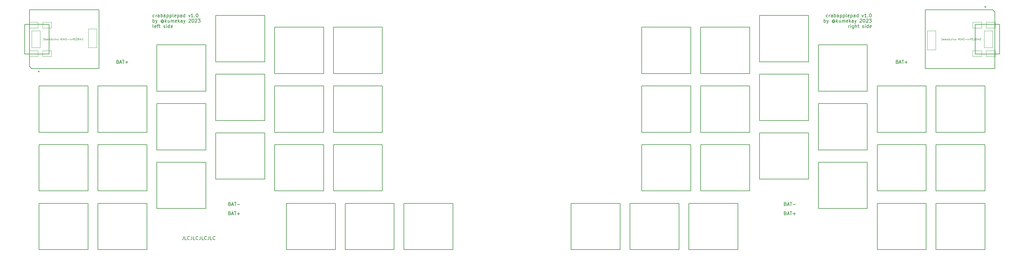
<source format=gto>
G04 #@! TF.GenerationSoftware,KiCad,Pcbnew,7.0.5-0*
G04 #@! TF.CreationDate,2023-06-04T16:05:39+02:00*
G04 #@! TF.ProjectId,kbd,6b62642e-6b69-4636-9164-5f7063625858,v1.0.0*
G04 #@! TF.SameCoordinates,Original*
G04 #@! TF.FileFunction,Legend,Top*
G04 #@! TF.FilePolarity,Positive*
%FSLAX46Y46*%
G04 Gerber Fmt 4.6, Leading zero omitted, Abs format (unit mm)*
G04 Created by KiCad (PCBNEW 7.0.5-0) date 2023-06-04 16:05:39*
%MOMM*%
%LPD*%
G01*
G04 APERTURE LIST*
%ADD10C,0.150000*%
%ADD11C,0.076200*%
%ADD12C,0.127000*%
%ADD13C,0.066040*%
%ADD14C,0.254000*%
G04 APERTURE END LIST*
D10*
X317916601Y-96000009D02*
X318059458Y-96047628D01*
X318059458Y-96047628D02*
X318107077Y-96095247D01*
X318107077Y-96095247D02*
X318154696Y-96190485D01*
X318154696Y-96190485D02*
X318154696Y-96333342D01*
X318154696Y-96333342D02*
X318107077Y-96428580D01*
X318107077Y-96428580D02*
X318059458Y-96476200D01*
X318059458Y-96476200D02*
X317964220Y-96523819D01*
X317964220Y-96523819D02*
X317583268Y-96523819D01*
X317583268Y-96523819D02*
X317583268Y-95523819D01*
X317583268Y-95523819D02*
X317916601Y-95523819D01*
X317916601Y-95523819D02*
X318011839Y-95571438D01*
X318011839Y-95571438D02*
X318059458Y-95619057D01*
X318059458Y-95619057D02*
X318107077Y-95714295D01*
X318107077Y-95714295D02*
X318107077Y-95809533D01*
X318107077Y-95809533D02*
X318059458Y-95904771D01*
X318059458Y-95904771D02*
X318011839Y-95952390D01*
X318011839Y-95952390D02*
X317916601Y-96000009D01*
X317916601Y-96000009D02*
X317583268Y-96000009D01*
X318535649Y-96238104D02*
X319011839Y-96238104D01*
X318440411Y-96523819D02*
X318773744Y-95523819D01*
X318773744Y-95523819D02*
X319107077Y-96523819D01*
X319297554Y-95523819D02*
X319868982Y-95523819D01*
X319583268Y-96523819D02*
X319583268Y-95523819D01*
X320202316Y-96142866D02*
X320964221Y-96142866D01*
X320583268Y-96523819D02*
X320583268Y-95761914D01*
X317916601Y-93200009D02*
X318059458Y-93247628D01*
X318059458Y-93247628D02*
X318107077Y-93295247D01*
X318107077Y-93295247D02*
X318154696Y-93390485D01*
X318154696Y-93390485D02*
X318154696Y-93533342D01*
X318154696Y-93533342D02*
X318107077Y-93628580D01*
X318107077Y-93628580D02*
X318059458Y-93676200D01*
X318059458Y-93676200D02*
X317964220Y-93723819D01*
X317964220Y-93723819D02*
X317583268Y-93723819D01*
X317583268Y-93723819D02*
X317583268Y-92723819D01*
X317583268Y-92723819D02*
X317916601Y-92723819D01*
X317916601Y-92723819D02*
X318011839Y-92771438D01*
X318011839Y-92771438D02*
X318059458Y-92819057D01*
X318059458Y-92819057D02*
X318107077Y-92914295D01*
X318107077Y-92914295D02*
X318107077Y-93009533D01*
X318107077Y-93009533D02*
X318059458Y-93104771D01*
X318059458Y-93104771D02*
X318011839Y-93152390D01*
X318011839Y-93152390D02*
X317916601Y-93200009D01*
X317916601Y-93200009D02*
X317583268Y-93200009D01*
X318535649Y-93438104D02*
X319011839Y-93438104D01*
X318440411Y-93723819D02*
X318773744Y-92723819D01*
X318773744Y-92723819D02*
X319107077Y-93723819D01*
X319297554Y-92723819D02*
X319868982Y-92723819D01*
X319583268Y-93723819D02*
X319583268Y-92723819D01*
X320202316Y-93342866D02*
X320964221Y-93342866D01*
X116386112Y-50175009D02*
X116528969Y-50222628D01*
X116528969Y-50222628D02*
X116576588Y-50270247D01*
X116576588Y-50270247D02*
X116624207Y-50365485D01*
X116624207Y-50365485D02*
X116624207Y-50508342D01*
X116624207Y-50508342D02*
X116576588Y-50603580D01*
X116576588Y-50603580D02*
X116528969Y-50651200D01*
X116528969Y-50651200D02*
X116433731Y-50698819D01*
X116433731Y-50698819D02*
X116052779Y-50698819D01*
X116052779Y-50698819D02*
X116052779Y-49698819D01*
X116052779Y-49698819D02*
X116386112Y-49698819D01*
X116386112Y-49698819D02*
X116481350Y-49746438D01*
X116481350Y-49746438D02*
X116528969Y-49794057D01*
X116528969Y-49794057D02*
X116576588Y-49889295D01*
X116576588Y-49889295D02*
X116576588Y-49984533D01*
X116576588Y-49984533D02*
X116528969Y-50079771D01*
X116528969Y-50079771D02*
X116481350Y-50127390D01*
X116481350Y-50127390D02*
X116386112Y-50175009D01*
X116386112Y-50175009D02*
X116052779Y-50175009D01*
X117005160Y-50413104D02*
X117481350Y-50413104D01*
X116909922Y-50698819D02*
X117243255Y-49698819D01*
X117243255Y-49698819D02*
X117576588Y-50698819D01*
X117767065Y-49698819D02*
X118338493Y-49698819D01*
X118052779Y-50698819D02*
X118052779Y-49698819D01*
X118671827Y-50317866D02*
X119433732Y-50317866D01*
X119052779Y-50698819D02*
X119052779Y-49936914D01*
X127420350Y-36602200D02*
X127325112Y-36649819D01*
X127325112Y-36649819D02*
X127134636Y-36649819D01*
X127134636Y-36649819D02*
X127039398Y-36602200D01*
X127039398Y-36602200D02*
X126991779Y-36554580D01*
X126991779Y-36554580D02*
X126944160Y-36459342D01*
X126944160Y-36459342D02*
X126944160Y-36173628D01*
X126944160Y-36173628D02*
X126991779Y-36078390D01*
X126991779Y-36078390D02*
X127039398Y-36030771D01*
X127039398Y-36030771D02*
X127134636Y-35983152D01*
X127134636Y-35983152D02*
X127325112Y-35983152D01*
X127325112Y-35983152D02*
X127420350Y-36030771D01*
X127848922Y-36649819D02*
X127848922Y-35983152D01*
X127848922Y-36173628D02*
X127896541Y-36078390D01*
X127896541Y-36078390D02*
X127944160Y-36030771D01*
X127944160Y-36030771D02*
X128039398Y-35983152D01*
X128039398Y-35983152D02*
X128134636Y-35983152D01*
X128896541Y-36649819D02*
X128896541Y-36126009D01*
X128896541Y-36126009D02*
X128848922Y-36030771D01*
X128848922Y-36030771D02*
X128753684Y-35983152D01*
X128753684Y-35983152D02*
X128563208Y-35983152D01*
X128563208Y-35983152D02*
X128467970Y-36030771D01*
X128896541Y-36602200D02*
X128801303Y-36649819D01*
X128801303Y-36649819D02*
X128563208Y-36649819D01*
X128563208Y-36649819D02*
X128467970Y-36602200D01*
X128467970Y-36602200D02*
X128420351Y-36506961D01*
X128420351Y-36506961D02*
X128420351Y-36411723D01*
X128420351Y-36411723D02*
X128467970Y-36316485D01*
X128467970Y-36316485D02*
X128563208Y-36268866D01*
X128563208Y-36268866D02*
X128801303Y-36268866D01*
X128801303Y-36268866D02*
X128896541Y-36221247D01*
X129372732Y-36649819D02*
X129372732Y-35649819D01*
X129372732Y-36030771D02*
X129467970Y-35983152D01*
X129467970Y-35983152D02*
X129658446Y-35983152D01*
X129658446Y-35983152D02*
X129753684Y-36030771D01*
X129753684Y-36030771D02*
X129801303Y-36078390D01*
X129801303Y-36078390D02*
X129848922Y-36173628D01*
X129848922Y-36173628D02*
X129848922Y-36459342D01*
X129848922Y-36459342D02*
X129801303Y-36554580D01*
X129801303Y-36554580D02*
X129753684Y-36602200D01*
X129753684Y-36602200D02*
X129658446Y-36649819D01*
X129658446Y-36649819D02*
X129467970Y-36649819D01*
X129467970Y-36649819D02*
X129372732Y-36602200D01*
X130706065Y-36649819D02*
X130706065Y-36126009D01*
X130706065Y-36126009D02*
X130658446Y-36030771D01*
X130658446Y-36030771D02*
X130563208Y-35983152D01*
X130563208Y-35983152D02*
X130372732Y-35983152D01*
X130372732Y-35983152D02*
X130277494Y-36030771D01*
X130706065Y-36602200D02*
X130610827Y-36649819D01*
X130610827Y-36649819D02*
X130372732Y-36649819D01*
X130372732Y-36649819D02*
X130277494Y-36602200D01*
X130277494Y-36602200D02*
X130229875Y-36506961D01*
X130229875Y-36506961D02*
X130229875Y-36411723D01*
X130229875Y-36411723D02*
X130277494Y-36316485D01*
X130277494Y-36316485D02*
X130372732Y-36268866D01*
X130372732Y-36268866D02*
X130610827Y-36268866D01*
X130610827Y-36268866D02*
X130706065Y-36221247D01*
X131182256Y-35983152D02*
X131182256Y-36983152D01*
X131182256Y-36030771D02*
X131277494Y-35983152D01*
X131277494Y-35983152D02*
X131467970Y-35983152D01*
X131467970Y-35983152D02*
X131563208Y-36030771D01*
X131563208Y-36030771D02*
X131610827Y-36078390D01*
X131610827Y-36078390D02*
X131658446Y-36173628D01*
X131658446Y-36173628D02*
X131658446Y-36459342D01*
X131658446Y-36459342D02*
X131610827Y-36554580D01*
X131610827Y-36554580D02*
X131563208Y-36602200D01*
X131563208Y-36602200D02*
X131467970Y-36649819D01*
X131467970Y-36649819D02*
X131277494Y-36649819D01*
X131277494Y-36649819D02*
X131182256Y-36602200D01*
X132087018Y-35983152D02*
X132087018Y-36983152D01*
X132087018Y-36030771D02*
X132182256Y-35983152D01*
X132182256Y-35983152D02*
X132372732Y-35983152D01*
X132372732Y-35983152D02*
X132467970Y-36030771D01*
X132467970Y-36030771D02*
X132515589Y-36078390D01*
X132515589Y-36078390D02*
X132563208Y-36173628D01*
X132563208Y-36173628D02*
X132563208Y-36459342D01*
X132563208Y-36459342D02*
X132515589Y-36554580D01*
X132515589Y-36554580D02*
X132467970Y-36602200D01*
X132467970Y-36602200D02*
X132372732Y-36649819D01*
X132372732Y-36649819D02*
X132182256Y-36649819D01*
X132182256Y-36649819D02*
X132087018Y-36602200D01*
X133134637Y-36649819D02*
X133039399Y-36602200D01*
X133039399Y-36602200D02*
X132991780Y-36506961D01*
X132991780Y-36506961D02*
X132991780Y-35649819D01*
X133896542Y-36602200D02*
X133801304Y-36649819D01*
X133801304Y-36649819D02*
X133610828Y-36649819D01*
X133610828Y-36649819D02*
X133515590Y-36602200D01*
X133515590Y-36602200D02*
X133467971Y-36506961D01*
X133467971Y-36506961D02*
X133467971Y-36126009D01*
X133467971Y-36126009D02*
X133515590Y-36030771D01*
X133515590Y-36030771D02*
X133610828Y-35983152D01*
X133610828Y-35983152D02*
X133801304Y-35983152D01*
X133801304Y-35983152D02*
X133896542Y-36030771D01*
X133896542Y-36030771D02*
X133944161Y-36126009D01*
X133944161Y-36126009D02*
X133944161Y-36221247D01*
X133944161Y-36221247D02*
X133467971Y-36316485D01*
X134372733Y-35983152D02*
X134372733Y-36983152D01*
X134372733Y-36030771D02*
X134467971Y-35983152D01*
X134467971Y-35983152D02*
X134658447Y-35983152D01*
X134658447Y-35983152D02*
X134753685Y-36030771D01*
X134753685Y-36030771D02*
X134801304Y-36078390D01*
X134801304Y-36078390D02*
X134848923Y-36173628D01*
X134848923Y-36173628D02*
X134848923Y-36459342D01*
X134848923Y-36459342D02*
X134801304Y-36554580D01*
X134801304Y-36554580D02*
X134753685Y-36602200D01*
X134753685Y-36602200D02*
X134658447Y-36649819D01*
X134658447Y-36649819D02*
X134467971Y-36649819D01*
X134467971Y-36649819D02*
X134372733Y-36602200D01*
X135706066Y-36649819D02*
X135706066Y-36126009D01*
X135706066Y-36126009D02*
X135658447Y-36030771D01*
X135658447Y-36030771D02*
X135563209Y-35983152D01*
X135563209Y-35983152D02*
X135372733Y-35983152D01*
X135372733Y-35983152D02*
X135277495Y-36030771D01*
X135706066Y-36602200D02*
X135610828Y-36649819D01*
X135610828Y-36649819D02*
X135372733Y-36649819D01*
X135372733Y-36649819D02*
X135277495Y-36602200D01*
X135277495Y-36602200D02*
X135229876Y-36506961D01*
X135229876Y-36506961D02*
X135229876Y-36411723D01*
X135229876Y-36411723D02*
X135277495Y-36316485D01*
X135277495Y-36316485D02*
X135372733Y-36268866D01*
X135372733Y-36268866D02*
X135610828Y-36268866D01*
X135610828Y-36268866D02*
X135706066Y-36221247D01*
X136610828Y-36649819D02*
X136610828Y-35649819D01*
X136610828Y-36602200D02*
X136515590Y-36649819D01*
X136515590Y-36649819D02*
X136325114Y-36649819D01*
X136325114Y-36649819D02*
X136229876Y-36602200D01*
X136229876Y-36602200D02*
X136182257Y-36554580D01*
X136182257Y-36554580D02*
X136134638Y-36459342D01*
X136134638Y-36459342D02*
X136134638Y-36173628D01*
X136134638Y-36173628D02*
X136182257Y-36078390D01*
X136182257Y-36078390D02*
X136229876Y-36030771D01*
X136229876Y-36030771D02*
X136325114Y-35983152D01*
X136325114Y-35983152D02*
X136515590Y-35983152D01*
X136515590Y-35983152D02*
X136610828Y-36030771D01*
X137753686Y-35983152D02*
X137991781Y-36649819D01*
X137991781Y-36649819D02*
X138229876Y-35983152D01*
X139134638Y-36649819D02*
X138563210Y-36649819D01*
X138848924Y-36649819D02*
X138848924Y-35649819D01*
X138848924Y-35649819D02*
X138753686Y-35792676D01*
X138753686Y-35792676D02*
X138658448Y-35887914D01*
X138658448Y-35887914D02*
X138563210Y-35935533D01*
X139563210Y-36554580D02*
X139610829Y-36602200D01*
X139610829Y-36602200D02*
X139563210Y-36649819D01*
X139563210Y-36649819D02*
X139515591Y-36602200D01*
X139515591Y-36602200D02*
X139563210Y-36554580D01*
X139563210Y-36554580D02*
X139563210Y-36649819D01*
X140229876Y-35649819D02*
X140325114Y-35649819D01*
X140325114Y-35649819D02*
X140420352Y-35697438D01*
X140420352Y-35697438D02*
X140467971Y-35745057D01*
X140467971Y-35745057D02*
X140515590Y-35840295D01*
X140515590Y-35840295D02*
X140563209Y-36030771D01*
X140563209Y-36030771D02*
X140563209Y-36268866D01*
X140563209Y-36268866D02*
X140515590Y-36459342D01*
X140515590Y-36459342D02*
X140467971Y-36554580D01*
X140467971Y-36554580D02*
X140420352Y-36602200D01*
X140420352Y-36602200D02*
X140325114Y-36649819D01*
X140325114Y-36649819D02*
X140229876Y-36649819D01*
X140229876Y-36649819D02*
X140134638Y-36602200D01*
X140134638Y-36602200D02*
X140087019Y-36554580D01*
X140087019Y-36554580D02*
X140039400Y-36459342D01*
X140039400Y-36459342D02*
X139991781Y-36268866D01*
X139991781Y-36268866D02*
X139991781Y-36030771D01*
X139991781Y-36030771D02*
X140039400Y-35840295D01*
X140039400Y-35840295D02*
X140087019Y-35745057D01*
X140087019Y-35745057D02*
X140134638Y-35697438D01*
X140134638Y-35697438D02*
X140229876Y-35649819D01*
X126991779Y-38259819D02*
X126991779Y-37259819D01*
X126991779Y-37640771D02*
X127087017Y-37593152D01*
X127087017Y-37593152D02*
X127277493Y-37593152D01*
X127277493Y-37593152D02*
X127372731Y-37640771D01*
X127372731Y-37640771D02*
X127420350Y-37688390D01*
X127420350Y-37688390D02*
X127467969Y-37783628D01*
X127467969Y-37783628D02*
X127467969Y-38069342D01*
X127467969Y-38069342D02*
X127420350Y-38164580D01*
X127420350Y-38164580D02*
X127372731Y-38212200D01*
X127372731Y-38212200D02*
X127277493Y-38259819D01*
X127277493Y-38259819D02*
X127087017Y-38259819D01*
X127087017Y-38259819D02*
X126991779Y-38212200D01*
X127801303Y-37593152D02*
X128039398Y-38259819D01*
X128277493Y-37593152D02*
X128039398Y-38259819D01*
X128039398Y-38259819D02*
X127944160Y-38497914D01*
X127944160Y-38497914D02*
X127896541Y-38545533D01*
X127896541Y-38545533D02*
X127801303Y-38593152D01*
X130039398Y-37783628D02*
X129991779Y-37736009D01*
X129991779Y-37736009D02*
X129896541Y-37688390D01*
X129896541Y-37688390D02*
X129801303Y-37688390D01*
X129801303Y-37688390D02*
X129706065Y-37736009D01*
X129706065Y-37736009D02*
X129658446Y-37783628D01*
X129658446Y-37783628D02*
X129610827Y-37878866D01*
X129610827Y-37878866D02*
X129610827Y-37974104D01*
X129610827Y-37974104D02*
X129658446Y-38069342D01*
X129658446Y-38069342D02*
X129706065Y-38116961D01*
X129706065Y-38116961D02*
X129801303Y-38164580D01*
X129801303Y-38164580D02*
X129896541Y-38164580D01*
X129896541Y-38164580D02*
X129991779Y-38116961D01*
X129991779Y-38116961D02*
X130039398Y-38069342D01*
X130039398Y-37688390D02*
X130039398Y-38069342D01*
X130039398Y-38069342D02*
X130087017Y-38116961D01*
X130087017Y-38116961D02*
X130134636Y-38116961D01*
X130134636Y-38116961D02*
X130229875Y-38069342D01*
X130229875Y-38069342D02*
X130277494Y-37974104D01*
X130277494Y-37974104D02*
X130277494Y-37736009D01*
X130277494Y-37736009D02*
X130182256Y-37593152D01*
X130182256Y-37593152D02*
X130039398Y-37497914D01*
X130039398Y-37497914D02*
X129848922Y-37450295D01*
X129848922Y-37450295D02*
X129658446Y-37497914D01*
X129658446Y-37497914D02*
X129515589Y-37593152D01*
X129515589Y-37593152D02*
X129420351Y-37736009D01*
X129420351Y-37736009D02*
X129372732Y-37926485D01*
X129372732Y-37926485D02*
X129420351Y-38116961D01*
X129420351Y-38116961D02*
X129515589Y-38259819D01*
X129515589Y-38259819D02*
X129658446Y-38355057D01*
X129658446Y-38355057D02*
X129848922Y-38402676D01*
X129848922Y-38402676D02*
X130039398Y-38355057D01*
X130039398Y-38355057D02*
X130182256Y-38259819D01*
X130706065Y-38259819D02*
X130706065Y-37259819D01*
X130801303Y-37878866D02*
X131087017Y-38259819D01*
X131087017Y-37593152D02*
X130706065Y-37974104D01*
X131944160Y-37593152D02*
X131944160Y-38259819D01*
X131515589Y-37593152D02*
X131515589Y-38116961D01*
X131515589Y-38116961D02*
X131563208Y-38212200D01*
X131563208Y-38212200D02*
X131658446Y-38259819D01*
X131658446Y-38259819D02*
X131801303Y-38259819D01*
X131801303Y-38259819D02*
X131896541Y-38212200D01*
X131896541Y-38212200D02*
X131944160Y-38164580D01*
X132420351Y-38259819D02*
X132420351Y-37593152D01*
X132420351Y-37688390D02*
X132467970Y-37640771D01*
X132467970Y-37640771D02*
X132563208Y-37593152D01*
X132563208Y-37593152D02*
X132706065Y-37593152D01*
X132706065Y-37593152D02*
X132801303Y-37640771D01*
X132801303Y-37640771D02*
X132848922Y-37736009D01*
X132848922Y-37736009D02*
X132848922Y-38259819D01*
X132848922Y-37736009D02*
X132896541Y-37640771D01*
X132896541Y-37640771D02*
X132991779Y-37593152D01*
X132991779Y-37593152D02*
X133134636Y-37593152D01*
X133134636Y-37593152D02*
X133229875Y-37640771D01*
X133229875Y-37640771D02*
X133277494Y-37736009D01*
X133277494Y-37736009D02*
X133277494Y-38259819D01*
X134134636Y-38212200D02*
X134039398Y-38259819D01*
X134039398Y-38259819D02*
X133848922Y-38259819D01*
X133848922Y-38259819D02*
X133753684Y-38212200D01*
X133753684Y-38212200D02*
X133706065Y-38116961D01*
X133706065Y-38116961D02*
X133706065Y-37736009D01*
X133706065Y-37736009D02*
X133753684Y-37640771D01*
X133753684Y-37640771D02*
X133848922Y-37593152D01*
X133848922Y-37593152D02*
X134039398Y-37593152D01*
X134039398Y-37593152D02*
X134134636Y-37640771D01*
X134134636Y-37640771D02*
X134182255Y-37736009D01*
X134182255Y-37736009D02*
X134182255Y-37831247D01*
X134182255Y-37831247D02*
X133706065Y-37926485D01*
X134610827Y-38259819D02*
X134610827Y-37259819D01*
X134706065Y-37878866D02*
X134991779Y-38259819D01*
X134991779Y-37593152D02*
X134610827Y-37974104D01*
X135848922Y-38259819D02*
X135848922Y-37736009D01*
X135848922Y-37736009D02*
X135801303Y-37640771D01*
X135801303Y-37640771D02*
X135706065Y-37593152D01*
X135706065Y-37593152D02*
X135515589Y-37593152D01*
X135515589Y-37593152D02*
X135420351Y-37640771D01*
X135848922Y-38212200D02*
X135753684Y-38259819D01*
X135753684Y-38259819D02*
X135515589Y-38259819D01*
X135515589Y-38259819D02*
X135420351Y-38212200D01*
X135420351Y-38212200D02*
X135372732Y-38116961D01*
X135372732Y-38116961D02*
X135372732Y-38021723D01*
X135372732Y-38021723D02*
X135420351Y-37926485D01*
X135420351Y-37926485D02*
X135515589Y-37878866D01*
X135515589Y-37878866D02*
X135753684Y-37878866D01*
X135753684Y-37878866D02*
X135848922Y-37831247D01*
X136229875Y-37593152D02*
X136467970Y-38259819D01*
X136706065Y-37593152D02*
X136467970Y-38259819D01*
X136467970Y-38259819D02*
X136372732Y-38497914D01*
X136372732Y-38497914D02*
X136325113Y-38545533D01*
X136325113Y-38545533D02*
X136229875Y-38593152D01*
X137801304Y-37355057D02*
X137848923Y-37307438D01*
X137848923Y-37307438D02*
X137944161Y-37259819D01*
X137944161Y-37259819D02*
X138182256Y-37259819D01*
X138182256Y-37259819D02*
X138277494Y-37307438D01*
X138277494Y-37307438D02*
X138325113Y-37355057D01*
X138325113Y-37355057D02*
X138372732Y-37450295D01*
X138372732Y-37450295D02*
X138372732Y-37545533D01*
X138372732Y-37545533D02*
X138325113Y-37688390D01*
X138325113Y-37688390D02*
X137753685Y-38259819D01*
X137753685Y-38259819D02*
X138372732Y-38259819D01*
X138991780Y-37259819D02*
X139087018Y-37259819D01*
X139087018Y-37259819D02*
X139182256Y-37307438D01*
X139182256Y-37307438D02*
X139229875Y-37355057D01*
X139229875Y-37355057D02*
X139277494Y-37450295D01*
X139277494Y-37450295D02*
X139325113Y-37640771D01*
X139325113Y-37640771D02*
X139325113Y-37878866D01*
X139325113Y-37878866D02*
X139277494Y-38069342D01*
X139277494Y-38069342D02*
X139229875Y-38164580D01*
X139229875Y-38164580D02*
X139182256Y-38212200D01*
X139182256Y-38212200D02*
X139087018Y-38259819D01*
X139087018Y-38259819D02*
X138991780Y-38259819D01*
X138991780Y-38259819D02*
X138896542Y-38212200D01*
X138896542Y-38212200D02*
X138848923Y-38164580D01*
X138848923Y-38164580D02*
X138801304Y-38069342D01*
X138801304Y-38069342D02*
X138753685Y-37878866D01*
X138753685Y-37878866D02*
X138753685Y-37640771D01*
X138753685Y-37640771D02*
X138801304Y-37450295D01*
X138801304Y-37450295D02*
X138848923Y-37355057D01*
X138848923Y-37355057D02*
X138896542Y-37307438D01*
X138896542Y-37307438D02*
X138991780Y-37259819D01*
X139706066Y-37355057D02*
X139753685Y-37307438D01*
X139753685Y-37307438D02*
X139848923Y-37259819D01*
X139848923Y-37259819D02*
X140087018Y-37259819D01*
X140087018Y-37259819D02*
X140182256Y-37307438D01*
X140182256Y-37307438D02*
X140229875Y-37355057D01*
X140229875Y-37355057D02*
X140277494Y-37450295D01*
X140277494Y-37450295D02*
X140277494Y-37545533D01*
X140277494Y-37545533D02*
X140229875Y-37688390D01*
X140229875Y-37688390D02*
X139658447Y-38259819D01*
X139658447Y-38259819D02*
X140277494Y-38259819D01*
X140610828Y-37259819D02*
X141229875Y-37259819D01*
X141229875Y-37259819D02*
X140896542Y-37640771D01*
X140896542Y-37640771D02*
X141039399Y-37640771D01*
X141039399Y-37640771D02*
X141134637Y-37688390D01*
X141134637Y-37688390D02*
X141182256Y-37736009D01*
X141182256Y-37736009D02*
X141229875Y-37831247D01*
X141229875Y-37831247D02*
X141229875Y-38069342D01*
X141229875Y-38069342D02*
X141182256Y-38164580D01*
X141182256Y-38164580D02*
X141134637Y-38212200D01*
X141134637Y-38212200D02*
X141039399Y-38259819D01*
X141039399Y-38259819D02*
X140753685Y-38259819D01*
X140753685Y-38259819D02*
X140658447Y-38212200D01*
X140658447Y-38212200D02*
X140610828Y-38164580D01*
X127134636Y-39869819D02*
X127039398Y-39822200D01*
X127039398Y-39822200D02*
X126991779Y-39726961D01*
X126991779Y-39726961D02*
X126991779Y-38869819D01*
X127896541Y-39822200D02*
X127801303Y-39869819D01*
X127801303Y-39869819D02*
X127610827Y-39869819D01*
X127610827Y-39869819D02*
X127515589Y-39822200D01*
X127515589Y-39822200D02*
X127467970Y-39726961D01*
X127467970Y-39726961D02*
X127467970Y-39346009D01*
X127467970Y-39346009D02*
X127515589Y-39250771D01*
X127515589Y-39250771D02*
X127610827Y-39203152D01*
X127610827Y-39203152D02*
X127801303Y-39203152D01*
X127801303Y-39203152D02*
X127896541Y-39250771D01*
X127896541Y-39250771D02*
X127944160Y-39346009D01*
X127944160Y-39346009D02*
X127944160Y-39441247D01*
X127944160Y-39441247D02*
X127467970Y-39536485D01*
X128229875Y-39203152D02*
X128610827Y-39203152D01*
X128372732Y-39869819D02*
X128372732Y-39012676D01*
X128372732Y-39012676D02*
X128420351Y-38917438D01*
X128420351Y-38917438D02*
X128515589Y-38869819D01*
X128515589Y-38869819D02*
X128610827Y-38869819D01*
X128801304Y-39203152D02*
X129182256Y-39203152D01*
X128944161Y-38869819D02*
X128944161Y-39726961D01*
X128944161Y-39726961D02*
X128991780Y-39822200D01*
X128991780Y-39822200D02*
X129087018Y-39869819D01*
X129087018Y-39869819D02*
X129182256Y-39869819D01*
X130229876Y-39822200D02*
X130325114Y-39869819D01*
X130325114Y-39869819D02*
X130515590Y-39869819D01*
X130515590Y-39869819D02*
X130610828Y-39822200D01*
X130610828Y-39822200D02*
X130658447Y-39726961D01*
X130658447Y-39726961D02*
X130658447Y-39679342D01*
X130658447Y-39679342D02*
X130610828Y-39584104D01*
X130610828Y-39584104D02*
X130515590Y-39536485D01*
X130515590Y-39536485D02*
X130372733Y-39536485D01*
X130372733Y-39536485D02*
X130277495Y-39488866D01*
X130277495Y-39488866D02*
X130229876Y-39393628D01*
X130229876Y-39393628D02*
X130229876Y-39346009D01*
X130229876Y-39346009D02*
X130277495Y-39250771D01*
X130277495Y-39250771D02*
X130372733Y-39203152D01*
X130372733Y-39203152D02*
X130515590Y-39203152D01*
X130515590Y-39203152D02*
X130610828Y-39250771D01*
X131087019Y-39869819D02*
X131087019Y-39203152D01*
X131087019Y-38869819D02*
X131039400Y-38917438D01*
X131039400Y-38917438D02*
X131087019Y-38965057D01*
X131087019Y-38965057D02*
X131134638Y-38917438D01*
X131134638Y-38917438D02*
X131087019Y-38869819D01*
X131087019Y-38869819D02*
X131087019Y-38965057D01*
X131991780Y-39869819D02*
X131991780Y-38869819D01*
X131991780Y-39822200D02*
X131896542Y-39869819D01*
X131896542Y-39869819D02*
X131706066Y-39869819D01*
X131706066Y-39869819D02*
X131610828Y-39822200D01*
X131610828Y-39822200D02*
X131563209Y-39774580D01*
X131563209Y-39774580D02*
X131515590Y-39679342D01*
X131515590Y-39679342D02*
X131515590Y-39393628D01*
X131515590Y-39393628D02*
X131563209Y-39298390D01*
X131563209Y-39298390D02*
X131610828Y-39250771D01*
X131610828Y-39250771D02*
X131706066Y-39203152D01*
X131706066Y-39203152D02*
X131896542Y-39203152D01*
X131896542Y-39203152D02*
X131991780Y-39250771D01*
X132848923Y-39822200D02*
X132753685Y-39869819D01*
X132753685Y-39869819D02*
X132563209Y-39869819D01*
X132563209Y-39869819D02*
X132467971Y-39822200D01*
X132467971Y-39822200D02*
X132420352Y-39726961D01*
X132420352Y-39726961D02*
X132420352Y-39346009D01*
X132420352Y-39346009D02*
X132467971Y-39250771D01*
X132467971Y-39250771D02*
X132563209Y-39203152D01*
X132563209Y-39203152D02*
X132753685Y-39203152D01*
X132753685Y-39203152D02*
X132848923Y-39250771D01*
X132848923Y-39250771D02*
X132896542Y-39346009D01*
X132896542Y-39346009D02*
X132896542Y-39441247D01*
X132896542Y-39441247D02*
X132420352Y-39536485D01*
X150149112Y-93200009D02*
X150291969Y-93247628D01*
X150291969Y-93247628D02*
X150339588Y-93295247D01*
X150339588Y-93295247D02*
X150387207Y-93390485D01*
X150387207Y-93390485D02*
X150387207Y-93533342D01*
X150387207Y-93533342D02*
X150339588Y-93628580D01*
X150339588Y-93628580D02*
X150291969Y-93676200D01*
X150291969Y-93676200D02*
X150196731Y-93723819D01*
X150196731Y-93723819D02*
X149815779Y-93723819D01*
X149815779Y-93723819D02*
X149815779Y-92723819D01*
X149815779Y-92723819D02*
X150149112Y-92723819D01*
X150149112Y-92723819D02*
X150244350Y-92771438D01*
X150244350Y-92771438D02*
X150291969Y-92819057D01*
X150291969Y-92819057D02*
X150339588Y-92914295D01*
X150339588Y-92914295D02*
X150339588Y-93009533D01*
X150339588Y-93009533D02*
X150291969Y-93104771D01*
X150291969Y-93104771D02*
X150244350Y-93152390D01*
X150244350Y-93152390D02*
X150149112Y-93200009D01*
X150149112Y-93200009D02*
X149815779Y-93200009D01*
X150768160Y-93438104D02*
X151244350Y-93438104D01*
X150672922Y-93723819D02*
X151006255Y-92723819D01*
X151006255Y-92723819D02*
X151339588Y-93723819D01*
X151530065Y-92723819D02*
X152101493Y-92723819D01*
X151815779Y-93723819D02*
X151815779Y-92723819D01*
X152434827Y-93342866D02*
X153196732Y-93342866D01*
X150149112Y-96000009D02*
X150291969Y-96047628D01*
X150291969Y-96047628D02*
X150339588Y-96095247D01*
X150339588Y-96095247D02*
X150387207Y-96190485D01*
X150387207Y-96190485D02*
X150387207Y-96333342D01*
X150387207Y-96333342D02*
X150339588Y-96428580D01*
X150339588Y-96428580D02*
X150291969Y-96476200D01*
X150291969Y-96476200D02*
X150196731Y-96523819D01*
X150196731Y-96523819D02*
X149815779Y-96523819D01*
X149815779Y-96523819D02*
X149815779Y-95523819D01*
X149815779Y-95523819D02*
X150149112Y-95523819D01*
X150149112Y-95523819D02*
X150244350Y-95571438D01*
X150244350Y-95571438D02*
X150291969Y-95619057D01*
X150291969Y-95619057D02*
X150339588Y-95714295D01*
X150339588Y-95714295D02*
X150339588Y-95809533D01*
X150339588Y-95809533D02*
X150291969Y-95904771D01*
X150291969Y-95904771D02*
X150244350Y-95952390D01*
X150244350Y-95952390D02*
X150149112Y-96000009D01*
X150149112Y-96000009D02*
X149815779Y-96000009D01*
X150768160Y-96238104D02*
X151244350Y-96238104D01*
X150672922Y-96523819D02*
X151006255Y-95523819D01*
X151006255Y-95523819D02*
X151339588Y-96523819D01*
X151530065Y-95523819D02*
X152101493Y-95523819D01*
X151815779Y-96523819D02*
X151815779Y-95523819D01*
X152434827Y-96142866D02*
X153196732Y-96142866D01*
X152815779Y-96523819D02*
X152815779Y-95761914D01*
X136162493Y-103008819D02*
X136162493Y-103723104D01*
X136162493Y-103723104D02*
X136114874Y-103865961D01*
X136114874Y-103865961D02*
X136019636Y-103961200D01*
X136019636Y-103961200D02*
X135876779Y-104008819D01*
X135876779Y-104008819D02*
X135781541Y-104008819D01*
X137114874Y-104008819D02*
X136638684Y-104008819D01*
X136638684Y-104008819D02*
X136638684Y-103008819D01*
X138019636Y-103913580D02*
X137972017Y-103961200D01*
X137972017Y-103961200D02*
X137829160Y-104008819D01*
X137829160Y-104008819D02*
X137733922Y-104008819D01*
X137733922Y-104008819D02*
X137591065Y-103961200D01*
X137591065Y-103961200D02*
X137495827Y-103865961D01*
X137495827Y-103865961D02*
X137448208Y-103770723D01*
X137448208Y-103770723D02*
X137400589Y-103580247D01*
X137400589Y-103580247D02*
X137400589Y-103437390D01*
X137400589Y-103437390D02*
X137448208Y-103246914D01*
X137448208Y-103246914D02*
X137495827Y-103151676D01*
X137495827Y-103151676D02*
X137591065Y-103056438D01*
X137591065Y-103056438D02*
X137733922Y-103008819D01*
X137733922Y-103008819D02*
X137829160Y-103008819D01*
X137829160Y-103008819D02*
X137972017Y-103056438D01*
X137972017Y-103056438D02*
X138019636Y-103104057D01*
X138733922Y-103008819D02*
X138733922Y-103723104D01*
X138733922Y-103723104D02*
X138686303Y-103865961D01*
X138686303Y-103865961D02*
X138591065Y-103961200D01*
X138591065Y-103961200D02*
X138448208Y-104008819D01*
X138448208Y-104008819D02*
X138352970Y-104008819D01*
X139686303Y-104008819D02*
X139210113Y-104008819D01*
X139210113Y-104008819D02*
X139210113Y-103008819D01*
X140591065Y-103913580D02*
X140543446Y-103961200D01*
X140543446Y-103961200D02*
X140400589Y-104008819D01*
X140400589Y-104008819D02*
X140305351Y-104008819D01*
X140305351Y-104008819D02*
X140162494Y-103961200D01*
X140162494Y-103961200D02*
X140067256Y-103865961D01*
X140067256Y-103865961D02*
X140019637Y-103770723D01*
X140019637Y-103770723D02*
X139972018Y-103580247D01*
X139972018Y-103580247D02*
X139972018Y-103437390D01*
X139972018Y-103437390D02*
X140019637Y-103246914D01*
X140019637Y-103246914D02*
X140067256Y-103151676D01*
X140067256Y-103151676D02*
X140162494Y-103056438D01*
X140162494Y-103056438D02*
X140305351Y-103008819D01*
X140305351Y-103008819D02*
X140400589Y-103008819D01*
X140400589Y-103008819D02*
X140543446Y-103056438D01*
X140543446Y-103056438D02*
X140591065Y-103104057D01*
X141305351Y-103008819D02*
X141305351Y-103723104D01*
X141305351Y-103723104D02*
X141257732Y-103865961D01*
X141257732Y-103865961D02*
X141162494Y-103961200D01*
X141162494Y-103961200D02*
X141019637Y-104008819D01*
X141019637Y-104008819D02*
X140924399Y-104008819D01*
X142257732Y-104008819D02*
X141781542Y-104008819D01*
X141781542Y-104008819D02*
X141781542Y-103008819D01*
X143162494Y-103913580D02*
X143114875Y-103961200D01*
X143114875Y-103961200D02*
X142972018Y-104008819D01*
X142972018Y-104008819D02*
X142876780Y-104008819D01*
X142876780Y-104008819D02*
X142733923Y-103961200D01*
X142733923Y-103961200D02*
X142638685Y-103865961D01*
X142638685Y-103865961D02*
X142591066Y-103770723D01*
X142591066Y-103770723D02*
X142543447Y-103580247D01*
X142543447Y-103580247D02*
X142543447Y-103437390D01*
X142543447Y-103437390D02*
X142591066Y-103246914D01*
X142591066Y-103246914D02*
X142638685Y-103151676D01*
X142638685Y-103151676D02*
X142733923Y-103056438D01*
X142733923Y-103056438D02*
X142876780Y-103008819D01*
X142876780Y-103008819D02*
X142972018Y-103008819D01*
X142972018Y-103008819D02*
X143114875Y-103056438D01*
X143114875Y-103056438D02*
X143162494Y-103104057D01*
X143876780Y-103008819D02*
X143876780Y-103723104D01*
X143876780Y-103723104D02*
X143829161Y-103865961D01*
X143829161Y-103865961D02*
X143733923Y-103961200D01*
X143733923Y-103961200D02*
X143591066Y-104008819D01*
X143591066Y-104008819D02*
X143495828Y-104008819D01*
X144829161Y-104008819D02*
X144352971Y-104008819D01*
X144352971Y-104008819D02*
X144352971Y-103008819D01*
X145733923Y-103913580D02*
X145686304Y-103961200D01*
X145686304Y-103961200D02*
X145543447Y-104008819D01*
X145543447Y-104008819D02*
X145448209Y-104008819D01*
X145448209Y-104008819D02*
X145305352Y-103961200D01*
X145305352Y-103961200D02*
X145210114Y-103865961D01*
X145210114Y-103865961D02*
X145162495Y-103770723D01*
X145162495Y-103770723D02*
X145114876Y-103580247D01*
X145114876Y-103580247D02*
X145114876Y-103437390D01*
X145114876Y-103437390D02*
X145162495Y-103246914D01*
X145162495Y-103246914D02*
X145210114Y-103151676D01*
X145210114Y-103151676D02*
X145305352Y-103056438D01*
X145305352Y-103056438D02*
X145448209Y-103008819D01*
X145448209Y-103008819D02*
X145543447Y-103008819D01*
X145543447Y-103008819D02*
X145686304Y-103056438D01*
X145686304Y-103056438D02*
X145733923Y-103104057D01*
X330692980Y-36602200D02*
X330597742Y-36649819D01*
X330597742Y-36649819D02*
X330407266Y-36649819D01*
X330407266Y-36649819D02*
X330312028Y-36602200D01*
X330312028Y-36602200D02*
X330264409Y-36554580D01*
X330264409Y-36554580D02*
X330216790Y-36459342D01*
X330216790Y-36459342D02*
X330216790Y-36173628D01*
X330216790Y-36173628D02*
X330264409Y-36078390D01*
X330264409Y-36078390D02*
X330312028Y-36030771D01*
X330312028Y-36030771D02*
X330407266Y-35983152D01*
X330407266Y-35983152D02*
X330597742Y-35983152D01*
X330597742Y-35983152D02*
X330692980Y-36030771D01*
X331121552Y-36649819D02*
X331121552Y-35983152D01*
X331121552Y-36173628D02*
X331169171Y-36078390D01*
X331169171Y-36078390D02*
X331216790Y-36030771D01*
X331216790Y-36030771D02*
X331312028Y-35983152D01*
X331312028Y-35983152D02*
X331407266Y-35983152D01*
X332169171Y-36649819D02*
X332169171Y-36126009D01*
X332169171Y-36126009D02*
X332121552Y-36030771D01*
X332121552Y-36030771D02*
X332026314Y-35983152D01*
X332026314Y-35983152D02*
X331835838Y-35983152D01*
X331835838Y-35983152D02*
X331740600Y-36030771D01*
X332169171Y-36602200D02*
X332073933Y-36649819D01*
X332073933Y-36649819D02*
X331835838Y-36649819D01*
X331835838Y-36649819D02*
X331740600Y-36602200D01*
X331740600Y-36602200D02*
X331692981Y-36506961D01*
X331692981Y-36506961D02*
X331692981Y-36411723D01*
X331692981Y-36411723D02*
X331740600Y-36316485D01*
X331740600Y-36316485D02*
X331835838Y-36268866D01*
X331835838Y-36268866D02*
X332073933Y-36268866D01*
X332073933Y-36268866D02*
X332169171Y-36221247D01*
X332645362Y-36649819D02*
X332645362Y-35649819D01*
X332645362Y-36030771D02*
X332740600Y-35983152D01*
X332740600Y-35983152D02*
X332931076Y-35983152D01*
X332931076Y-35983152D02*
X333026314Y-36030771D01*
X333026314Y-36030771D02*
X333073933Y-36078390D01*
X333073933Y-36078390D02*
X333121552Y-36173628D01*
X333121552Y-36173628D02*
X333121552Y-36459342D01*
X333121552Y-36459342D02*
X333073933Y-36554580D01*
X333073933Y-36554580D02*
X333026314Y-36602200D01*
X333026314Y-36602200D02*
X332931076Y-36649819D01*
X332931076Y-36649819D02*
X332740600Y-36649819D01*
X332740600Y-36649819D02*
X332645362Y-36602200D01*
X333978695Y-36649819D02*
X333978695Y-36126009D01*
X333978695Y-36126009D02*
X333931076Y-36030771D01*
X333931076Y-36030771D02*
X333835838Y-35983152D01*
X333835838Y-35983152D02*
X333645362Y-35983152D01*
X333645362Y-35983152D02*
X333550124Y-36030771D01*
X333978695Y-36602200D02*
X333883457Y-36649819D01*
X333883457Y-36649819D02*
X333645362Y-36649819D01*
X333645362Y-36649819D02*
X333550124Y-36602200D01*
X333550124Y-36602200D02*
X333502505Y-36506961D01*
X333502505Y-36506961D02*
X333502505Y-36411723D01*
X333502505Y-36411723D02*
X333550124Y-36316485D01*
X333550124Y-36316485D02*
X333645362Y-36268866D01*
X333645362Y-36268866D02*
X333883457Y-36268866D01*
X333883457Y-36268866D02*
X333978695Y-36221247D01*
X334454886Y-35983152D02*
X334454886Y-36983152D01*
X334454886Y-36030771D02*
X334550124Y-35983152D01*
X334550124Y-35983152D02*
X334740600Y-35983152D01*
X334740600Y-35983152D02*
X334835838Y-36030771D01*
X334835838Y-36030771D02*
X334883457Y-36078390D01*
X334883457Y-36078390D02*
X334931076Y-36173628D01*
X334931076Y-36173628D02*
X334931076Y-36459342D01*
X334931076Y-36459342D02*
X334883457Y-36554580D01*
X334883457Y-36554580D02*
X334835838Y-36602200D01*
X334835838Y-36602200D02*
X334740600Y-36649819D01*
X334740600Y-36649819D02*
X334550124Y-36649819D01*
X334550124Y-36649819D02*
X334454886Y-36602200D01*
X335359648Y-35983152D02*
X335359648Y-36983152D01*
X335359648Y-36030771D02*
X335454886Y-35983152D01*
X335454886Y-35983152D02*
X335645362Y-35983152D01*
X335645362Y-35983152D02*
X335740600Y-36030771D01*
X335740600Y-36030771D02*
X335788219Y-36078390D01*
X335788219Y-36078390D02*
X335835838Y-36173628D01*
X335835838Y-36173628D02*
X335835838Y-36459342D01*
X335835838Y-36459342D02*
X335788219Y-36554580D01*
X335788219Y-36554580D02*
X335740600Y-36602200D01*
X335740600Y-36602200D02*
X335645362Y-36649819D01*
X335645362Y-36649819D02*
X335454886Y-36649819D01*
X335454886Y-36649819D02*
X335359648Y-36602200D01*
X336407267Y-36649819D02*
X336312029Y-36602200D01*
X336312029Y-36602200D02*
X336264410Y-36506961D01*
X336264410Y-36506961D02*
X336264410Y-35649819D01*
X337169172Y-36602200D02*
X337073934Y-36649819D01*
X337073934Y-36649819D02*
X336883458Y-36649819D01*
X336883458Y-36649819D02*
X336788220Y-36602200D01*
X336788220Y-36602200D02*
X336740601Y-36506961D01*
X336740601Y-36506961D02*
X336740601Y-36126009D01*
X336740601Y-36126009D02*
X336788220Y-36030771D01*
X336788220Y-36030771D02*
X336883458Y-35983152D01*
X336883458Y-35983152D02*
X337073934Y-35983152D01*
X337073934Y-35983152D02*
X337169172Y-36030771D01*
X337169172Y-36030771D02*
X337216791Y-36126009D01*
X337216791Y-36126009D02*
X337216791Y-36221247D01*
X337216791Y-36221247D02*
X336740601Y-36316485D01*
X337645363Y-35983152D02*
X337645363Y-36983152D01*
X337645363Y-36030771D02*
X337740601Y-35983152D01*
X337740601Y-35983152D02*
X337931077Y-35983152D01*
X337931077Y-35983152D02*
X338026315Y-36030771D01*
X338026315Y-36030771D02*
X338073934Y-36078390D01*
X338073934Y-36078390D02*
X338121553Y-36173628D01*
X338121553Y-36173628D02*
X338121553Y-36459342D01*
X338121553Y-36459342D02*
X338073934Y-36554580D01*
X338073934Y-36554580D02*
X338026315Y-36602200D01*
X338026315Y-36602200D02*
X337931077Y-36649819D01*
X337931077Y-36649819D02*
X337740601Y-36649819D01*
X337740601Y-36649819D02*
X337645363Y-36602200D01*
X338978696Y-36649819D02*
X338978696Y-36126009D01*
X338978696Y-36126009D02*
X338931077Y-36030771D01*
X338931077Y-36030771D02*
X338835839Y-35983152D01*
X338835839Y-35983152D02*
X338645363Y-35983152D01*
X338645363Y-35983152D02*
X338550125Y-36030771D01*
X338978696Y-36602200D02*
X338883458Y-36649819D01*
X338883458Y-36649819D02*
X338645363Y-36649819D01*
X338645363Y-36649819D02*
X338550125Y-36602200D01*
X338550125Y-36602200D02*
X338502506Y-36506961D01*
X338502506Y-36506961D02*
X338502506Y-36411723D01*
X338502506Y-36411723D02*
X338550125Y-36316485D01*
X338550125Y-36316485D02*
X338645363Y-36268866D01*
X338645363Y-36268866D02*
X338883458Y-36268866D01*
X338883458Y-36268866D02*
X338978696Y-36221247D01*
X339883458Y-36649819D02*
X339883458Y-35649819D01*
X339883458Y-36602200D02*
X339788220Y-36649819D01*
X339788220Y-36649819D02*
X339597744Y-36649819D01*
X339597744Y-36649819D02*
X339502506Y-36602200D01*
X339502506Y-36602200D02*
X339454887Y-36554580D01*
X339454887Y-36554580D02*
X339407268Y-36459342D01*
X339407268Y-36459342D02*
X339407268Y-36173628D01*
X339407268Y-36173628D02*
X339454887Y-36078390D01*
X339454887Y-36078390D02*
X339502506Y-36030771D01*
X339502506Y-36030771D02*
X339597744Y-35983152D01*
X339597744Y-35983152D02*
X339788220Y-35983152D01*
X339788220Y-35983152D02*
X339883458Y-36030771D01*
X341026316Y-35983152D02*
X341264411Y-36649819D01*
X341264411Y-36649819D02*
X341502506Y-35983152D01*
X342407268Y-36649819D02*
X341835840Y-36649819D01*
X342121554Y-36649819D02*
X342121554Y-35649819D01*
X342121554Y-35649819D02*
X342026316Y-35792676D01*
X342026316Y-35792676D02*
X341931078Y-35887914D01*
X341931078Y-35887914D02*
X341835840Y-35935533D01*
X342835840Y-36554580D02*
X342883459Y-36602200D01*
X342883459Y-36602200D02*
X342835840Y-36649819D01*
X342835840Y-36649819D02*
X342788221Y-36602200D01*
X342788221Y-36602200D02*
X342835840Y-36554580D01*
X342835840Y-36554580D02*
X342835840Y-36649819D01*
X343502506Y-35649819D02*
X343597744Y-35649819D01*
X343597744Y-35649819D02*
X343692982Y-35697438D01*
X343692982Y-35697438D02*
X343740601Y-35745057D01*
X343740601Y-35745057D02*
X343788220Y-35840295D01*
X343788220Y-35840295D02*
X343835839Y-36030771D01*
X343835839Y-36030771D02*
X343835839Y-36268866D01*
X343835839Y-36268866D02*
X343788220Y-36459342D01*
X343788220Y-36459342D02*
X343740601Y-36554580D01*
X343740601Y-36554580D02*
X343692982Y-36602200D01*
X343692982Y-36602200D02*
X343597744Y-36649819D01*
X343597744Y-36649819D02*
X343502506Y-36649819D01*
X343502506Y-36649819D02*
X343407268Y-36602200D01*
X343407268Y-36602200D02*
X343359649Y-36554580D01*
X343359649Y-36554580D02*
X343312030Y-36459342D01*
X343312030Y-36459342D02*
X343264411Y-36268866D01*
X343264411Y-36268866D02*
X343264411Y-36030771D01*
X343264411Y-36030771D02*
X343312030Y-35840295D01*
X343312030Y-35840295D02*
X343359649Y-35745057D01*
X343359649Y-35745057D02*
X343407268Y-35697438D01*
X343407268Y-35697438D02*
X343502506Y-35649819D01*
X329597743Y-38259819D02*
X329597743Y-37259819D01*
X329597743Y-37640771D02*
X329692981Y-37593152D01*
X329692981Y-37593152D02*
X329883457Y-37593152D01*
X329883457Y-37593152D02*
X329978695Y-37640771D01*
X329978695Y-37640771D02*
X330026314Y-37688390D01*
X330026314Y-37688390D02*
X330073933Y-37783628D01*
X330073933Y-37783628D02*
X330073933Y-38069342D01*
X330073933Y-38069342D02*
X330026314Y-38164580D01*
X330026314Y-38164580D02*
X329978695Y-38212200D01*
X329978695Y-38212200D02*
X329883457Y-38259819D01*
X329883457Y-38259819D02*
X329692981Y-38259819D01*
X329692981Y-38259819D02*
X329597743Y-38212200D01*
X330407267Y-37593152D02*
X330645362Y-38259819D01*
X330883457Y-37593152D02*
X330645362Y-38259819D01*
X330645362Y-38259819D02*
X330550124Y-38497914D01*
X330550124Y-38497914D02*
X330502505Y-38545533D01*
X330502505Y-38545533D02*
X330407267Y-38593152D01*
X332645362Y-37783628D02*
X332597743Y-37736009D01*
X332597743Y-37736009D02*
X332502505Y-37688390D01*
X332502505Y-37688390D02*
X332407267Y-37688390D01*
X332407267Y-37688390D02*
X332312029Y-37736009D01*
X332312029Y-37736009D02*
X332264410Y-37783628D01*
X332264410Y-37783628D02*
X332216791Y-37878866D01*
X332216791Y-37878866D02*
X332216791Y-37974104D01*
X332216791Y-37974104D02*
X332264410Y-38069342D01*
X332264410Y-38069342D02*
X332312029Y-38116961D01*
X332312029Y-38116961D02*
X332407267Y-38164580D01*
X332407267Y-38164580D02*
X332502505Y-38164580D01*
X332502505Y-38164580D02*
X332597743Y-38116961D01*
X332597743Y-38116961D02*
X332645362Y-38069342D01*
X332645362Y-37688390D02*
X332645362Y-38069342D01*
X332645362Y-38069342D02*
X332692981Y-38116961D01*
X332692981Y-38116961D02*
X332740600Y-38116961D01*
X332740600Y-38116961D02*
X332835839Y-38069342D01*
X332835839Y-38069342D02*
X332883458Y-37974104D01*
X332883458Y-37974104D02*
X332883458Y-37736009D01*
X332883458Y-37736009D02*
X332788220Y-37593152D01*
X332788220Y-37593152D02*
X332645362Y-37497914D01*
X332645362Y-37497914D02*
X332454886Y-37450295D01*
X332454886Y-37450295D02*
X332264410Y-37497914D01*
X332264410Y-37497914D02*
X332121553Y-37593152D01*
X332121553Y-37593152D02*
X332026315Y-37736009D01*
X332026315Y-37736009D02*
X331978696Y-37926485D01*
X331978696Y-37926485D02*
X332026315Y-38116961D01*
X332026315Y-38116961D02*
X332121553Y-38259819D01*
X332121553Y-38259819D02*
X332264410Y-38355057D01*
X332264410Y-38355057D02*
X332454886Y-38402676D01*
X332454886Y-38402676D02*
X332645362Y-38355057D01*
X332645362Y-38355057D02*
X332788220Y-38259819D01*
X333312029Y-38259819D02*
X333312029Y-37259819D01*
X333407267Y-37878866D02*
X333692981Y-38259819D01*
X333692981Y-37593152D02*
X333312029Y-37974104D01*
X334550124Y-37593152D02*
X334550124Y-38259819D01*
X334121553Y-37593152D02*
X334121553Y-38116961D01*
X334121553Y-38116961D02*
X334169172Y-38212200D01*
X334169172Y-38212200D02*
X334264410Y-38259819D01*
X334264410Y-38259819D02*
X334407267Y-38259819D01*
X334407267Y-38259819D02*
X334502505Y-38212200D01*
X334502505Y-38212200D02*
X334550124Y-38164580D01*
X335026315Y-38259819D02*
X335026315Y-37593152D01*
X335026315Y-37688390D02*
X335073934Y-37640771D01*
X335073934Y-37640771D02*
X335169172Y-37593152D01*
X335169172Y-37593152D02*
X335312029Y-37593152D01*
X335312029Y-37593152D02*
X335407267Y-37640771D01*
X335407267Y-37640771D02*
X335454886Y-37736009D01*
X335454886Y-37736009D02*
X335454886Y-38259819D01*
X335454886Y-37736009D02*
X335502505Y-37640771D01*
X335502505Y-37640771D02*
X335597743Y-37593152D01*
X335597743Y-37593152D02*
X335740600Y-37593152D01*
X335740600Y-37593152D02*
X335835839Y-37640771D01*
X335835839Y-37640771D02*
X335883458Y-37736009D01*
X335883458Y-37736009D02*
X335883458Y-38259819D01*
X336740600Y-38212200D02*
X336645362Y-38259819D01*
X336645362Y-38259819D02*
X336454886Y-38259819D01*
X336454886Y-38259819D02*
X336359648Y-38212200D01*
X336359648Y-38212200D02*
X336312029Y-38116961D01*
X336312029Y-38116961D02*
X336312029Y-37736009D01*
X336312029Y-37736009D02*
X336359648Y-37640771D01*
X336359648Y-37640771D02*
X336454886Y-37593152D01*
X336454886Y-37593152D02*
X336645362Y-37593152D01*
X336645362Y-37593152D02*
X336740600Y-37640771D01*
X336740600Y-37640771D02*
X336788219Y-37736009D01*
X336788219Y-37736009D02*
X336788219Y-37831247D01*
X336788219Y-37831247D02*
X336312029Y-37926485D01*
X337216791Y-38259819D02*
X337216791Y-37259819D01*
X337312029Y-37878866D02*
X337597743Y-38259819D01*
X337597743Y-37593152D02*
X337216791Y-37974104D01*
X338454886Y-38259819D02*
X338454886Y-37736009D01*
X338454886Y-37736009D02*
X338407267Y-37640771D01*
X338407267Y-37640771D02*
X338312029Y-37593152D01*
X338312029Y-37593152D02*
X338121553Y-37593152D01*
X338121553Y-37593152D02*
X338026315Y-37640771D01*
X338454886Y-38212200D02*
X338359648Y-38259819D01*
X338359648Y-38259819D02*
X338121553Y-38259819D01*
X338121553Y-38259819D02*
X338026315Y-38212200D01*
X338026315Y-38212200D02*
X337978696Y-38116961D01*
X337978696Y-38116961D02*
X337978696Y-38021723D01*
X337978696Y-38021723D02*
X338026315Y-37926485D01*
X338026315Y-37926485D02*
X338121553Y-37878866D01*
X338121553Y-37878866D02*
X338359648Y-37878866D01*
X338359648Y-37878866D02*
X338454886Y-37831247D01*
X338835839Y-37593152D02*
X339073934Y-38259819D01*
X339312029Y-37593152D02*
X339073934Y-38259819D01*
X339073934Y-38259819D02*
X338978696Y-38497914D01*
X338978696Y-38497914D02*
X338931077Y-38545533D01*
X338931077Y-38545533D02*
X338835839Y-38593152D01*
X340407268Y-37355057D02*
X340454887Y-37307438D01*
X340454887Y-37307438D02*
X340550125Y-37259819D01*
X340550125Y-37259819D02*
X340788220Y-37259819D01*
X340788220Y-37259819D02*
X340883458Y-37307438D01*
X340883458Y-37307438D02*
X340931077Y-37355057D01*
X340931077Y-37355057D02*
X340978696Y-37450295D01*
X340978696Y-37450295D02*
X340978696Y-37545533D01*
X340978696Y-37545533D02*
X340931077Y-37688390D01*
X340931077Y-37688390D02*
X340359649Y-38259819D01*
X340359649Y-38259819D02*
X340978696Y-38259819D01*
X341597744Y-37259819D02*
X341692982Y-37259819D01*
X341692982Y-37259819D02*
X341788220Y-37307438D01*
X341788220Y-37307438D02*
X341835839Y-37355057D01*
X341835839Y-37355057D02*
X341883458Y-37450295D01*
X341883458Y-37450295D02*
X341931077Y-37640771D01*
X341931077Y-37640771D02*
X341931077Y-37878866D01*
X341931077Y-37878866D02*
X341883458Y-38069342D01*
X341883458Y-38069342D02*
X341835839Y-38164580D01*
X341835839Y-38164580D02*
X341788220Y-38212200D01*
X341788220Y-38212200D02*
X341692982Y-38259819D01*
X341692982Y-38259819D02*
X341597744Y-38259819D01*
X341597744Y-38259819D02*
X341502506Y-38212200D01*
X341502506Y-38212200D02*
X341454887Y-38164580D01*
X341454887Y-38164580D02*
X341407268Y-38069342D01*
X341407268Y-38069342D02*
X341359649Y-37878866D01*
X341359649Y-37878866D02*
X341359649Y-37640771D01*
X341359649Y-37640771D02*
X341407268Y-37450295D01*
X341407268Y-37450295D02*
X341454887Y-37355057D01*
X341454887Y-37355057D02*
X341502506Y-37307438D01*
X341502506Y-37307438D02*
X341597744Y-37259819D01*
X342312030Y-37355057D02*
X342359649Y-37307438D01*
X342359649Y-37307438D02*
X342454887Y-37259819D01*
X342454887Y-37259819D02*
X342692982Y-37259819D01*
X342692982Y-37259819D02*
X342788220Y-37307438D01*
X342788220Y-37307438D02*
X342835839Y-37355057D01*
X342835839Y-37355057D02*
X342883458Y-37450295D01*
X342883458Y-37450295D02*
X342883458Y-37545533D01*
X342883458Y-37545533D02*
X342835839Y-37688390D01*
X342835839Y-37688390D02*
X342264411Y-38259819D01*
X342264411Y-38259819D02*
X342883458Y-38259819D01*
X343216792Y-37259819D02*
X343835839Y-37259819D01*
X343835839Y-37259819D02*
X343502506Y-37640771D01*
X343502506Y-37640771D02*
X343645363Y-37640771D01*
X343645363Y-37640771D02*
X343740601Y-37688390D01*
X343740601Y-37688390D02*
X343788220Y-37736009D01*
X343788220Y-37736009D02*
X343835839Y-37831247D01*
X343835839Y-37831247D02*
X343835839Y-38069342D01*
X343835839Y-38069342D02*
X343788220Y-38164580D01*
X343788220Y-38164580D02*
X343740601Y-38212200D01*
X343740601Y-38212200D02*
X343645363Y-38259819D01*
X343645363Y-38259819D02*
X343359649Y-38259819D01*
X343359649Y-38259819D02*
X343264411Y-38212200D01*
X343264411Y-38212200D02*
X343216792Y-38164580D01*
X336978696Y-39869819D02*
X336978696Y-39203152D01*
X336978696Y-39393628D02*
X337026315Y-39298390D01*
X337026315Y-39298390D02*
X337073934Y-39250771D01*
X337073934Y-39250771D02*
X337169172Y-39203152D01*
X337169172Y-39203152D02*
X337264410Y-39203152D01*
X337597744Y-39869819D02*
X337597744Y-39203152D01*
X337597744Y-38869819D02*
X337550125Y-38917438D01*
X337550125Y-38917438D02*
X337597744Y-38965057D01*
X337597744Y-38965057D02*
X337645363Y-38917438D01*
X337645363Y-38917438D02*
X337597744Y-38869819D01*
X337597744Y-38869819D02*
X337597744Y-38965057D01*
X338502505Y-39203152D02*
X338502505Y-40012676D01*
X338502505Y-40012676D02*
X338454886Y-40107914D01*
X338454886Y-40107914D02*
X338407267Y-40155533D01*
X338407267Y-40155533D02*
X338312029Y-40203152D01*
X338312029Y-40203152D02*
X338169172Y-40203152D01*
X338169172Y-40203152D02*
X338073934Y-40155533D01*
X338502505Y-39822200D02*
X338407267Y-39869819D01*
X338407267Y-39869819D02*
X338216791Y-39869819D01*
X338216791Y-39869819D02*
X338121553Y-39822200D01*
X338121553Y-39822200D02*
X338073934Y-39774580D01*
X338073934Y-39774580D02*
X338026315Y-39679342D01*
X338026315Y-39679342D02*
X338026315Y-39393628D01*
X338026315Y-39393628D02*
X338073934Y-39298390D01*
X338073934Y-39298390D02*
X338121553Y-39250771D01*
X338121553Y-39250771D02*
X338216791Y-39203152D01*
X338216791Y-39203152D02*
X338407267Y-39203152D01*
X338407267Y-39203152D02*
X338502505Y-39250771D01*
X338978696Y-39869819D02*
X338978696Y-38869819D01*
X339407267Y-39869819D02*
X339407267Y-39346009D01*
X339407267Y-39346009D02*
X339359648Y-39250771D01*
X339359648Y-39250771D02*
X339264410Y-39203152D01*
X339264410Y-39203152D02*
X339121553Y-39203152D01*
X339121553Y-39203152D02*
X339026315Y-39250771D01*
X339026315Y-39250771D02*
X338978696Y-39298390D01*
X339740601Y-39203152D02*
X340121553Y-39203152D01*
X339883458Y-38869819D02*
X339883458Y-39726961D01*
X339883458Y-39726961D02*
X339931077Y-39822200D01*
X339931077Y-39822200D02*
X340026315Y-39869819D01*
X340026315Y-39869819D02*
X340121553Y-39869819D01*
X341169173Y-39822200D02*
X341264411Y-39869819D01*
X341264411Y-39869819D02*
X341454887Y-39869819D01*
X341454887Y-39869819D02*
X341550125Y-39822200D01*
X341550125Y-39822200D02*
X341597744Y-39726961D01*
X341597744Y-39726961D02*
X341597744Y-39679342D01*
X341597744Y-39679342D02*
X341550125Y-39584104D01*
X341550125Y-39584104D02*
X341454887Y-39536485D01*
X341454887Y-39536485D02*
X341312030Y-39536485D01*
X341312030Y-39536485D02*
X341216792Y-39488866D01*
X341216792Y-39488866D02*
X341169173Y-39393628D01*
X341169173Y-39393628D02*
X341169173Y-39346009D01*
X341169173Y-39346009D02*
X341216792Y-39250771D01*
X341216792Y-39250771D02*
X341312030Y-39203152D01*
X341312030Y-39203152D02*
X341454887Y-39203152D01*
X341454887Y-39203152D02*
X341550125Y-39250771D01*
X342026316Y-39869819D02*
X342026316Y-39203152D01*
X342026316Y-38869819D02*
X341978697Y-38917438D01*
X341978697Y-38917438D02*
X342026316Y-38965057D01*
X342026316Y-38965057D02*
X342073935Y-38917438D01*
X342073935Y-38917438D02*
X342026316Y-38869819D01*
X342026316Y-38869819D02*
X342026316Y-38965057D01*
X342931077Y-39869819D02*
X342931077Y-38869819D01*
X342931077Y-39822200D02*
X342835839Y-39869819D01*
X342835839Y-39869819D02*
X342645363Y-39869819D01*
X342645363Y-39869819D02*
X342550125Y-39822200D01*
X342550125Y-39822200D02*
X342502506Y-39774580D01*
X342502506Y-39774580D02*
X342454887Y-39679342D01*
X342454887Y-39679342D02*
X342454887Y-39393628D01*
X342454887Y-39393628D02*
X342502506Y-39298390D01*
X342502506Y-39298390D02*
X342550125Y-39250771D01*
X342550125Y-39250771D02*
X342645363Y-39203152D01*
X342645363Y-39203152D02*
X342835839Y-39203152D01*
X342835839Y-39203152D02*
X342931077Y-39250771D01*
X343788220Y-39822200D02*
X343692982Y-39869819D01*
X343692982Y-39869819D02*
X343502506Y-39869819D01*
X343502506Y-39869819D02*
X343407268Y-39822200D01*
X343407268Y-39822200D02*
X343359649Y-39726961D01*
X343359649Y-39726961D02*
X343359649Y-39346009D01*
X343359649Y-39346009D02*
X343407268Y-39250771D01*
X343407268Y-39250771D02*
X343502506Y-39203152D01*
X343502506Y-39203152D02*
X343692982Y-39203152D01*
X343692982Y-39203152D02*
X343788220Y-39250771D01*
X343788220Y-39250771D02*
X343835839Y-39346009D01*
X343835839Y-39346009D02*
X343835839Y-39441247D01*
X343835839Y-39441247D02*
X343359649Y-39536485D01*
X351679601Y-50175009D02*
X351822458Y-50222628D01*
X351822458Y-50222628D02*
X351870077Y-50270247D01*
X351870077Y-50270247D02*
X351917696Y-50365485D01*
X351917696Y-50365485D02*
X351917696Y-50508342D01*
X351917696Y-50508342D02*
X351870077Y-50603580D01*
X351870077Y-50603580D02*
X351822458Y-50651200D01*
X351822458Y-50651200D02*
X351727220Y-50698819D01*
X351727220Y-50698819D02*
X351346268Y-50698819D01*
X351346268Y-50698819D02*
X351346268Y-49698819D01*
X351346268Y-49698819D02*
X351679601Y-49698819D01*
X351679601Y-49698819D02*
X351774839Y-49746438D01*
X351774839Y-49746438D02*
X351822458Y-49794057D01*
X351822458Y-49794057D02*
X351870077Y-49889295D01*
X351870077Y-49889295D02*
X351870077Y-49984533D01*
X351870077Y-49984533D02*
X351822458Y-50079771D01*
X351822458Y-50079771D02*
X351774839Y-50127390D01*
X351774839Y-50127390D02*
X351679601Y-50175009D01*
X351679601Y-50175009D02*
X351346268Y-50175009D01*
X352298649Y-50413104D02*
X352774839Y-50413104D01*
X352203411Y-50698819D02*
X352536744Y-49698819D01*
X352536744Y-49698819D02*
X352870077Y-50698819D01*
X353060554Y-49698819D02*
X353631982Y-49698819D01*
X353346268Y-50698819D02*
X353346268Y-49698819D01*
X353965316Y-50317866D02*
X354727221Y-50317866D01*
X354346268Y-50698819D02*
X354346268Y-49936914D01*
G04 #@! TO.C,_67*
G04 #@! TO.C,_76*
G04 #@! TO.C,_75*
G04 #@! TO.C,_71*
G04 #@! TO.C,*
G04 #@! TO.C,_73*
D11*
G04 #@! TO.C,MCU2*
X364991173Y-43603021D02*
X365078259Y-43632049D01*
X365078259Y-43632049D02*
X365223401Y-43632049D01*
X365223401Y-43632049D02*
X365281459Y-43603021D01*
X365281459Y-43603021D02*
X365310487Y-43573992D01*
X365310487Y-43573992D02*
X365339516Y-43515935D01*
X365339516Y-43515935D02*
X365339516Y-43457878D01*
X365339516Y-43457878D02*
X365310487Y-43399821D01*
X365310487Y-43399821D02*
X365281459Y-43370792D01*
X365281459Y-43370792D02*
X365223401Y-43341763D01*
X365223401Y-43341763D02*
X365107287Y-43312735D01*
X365107287Y-43312735D02*
X365049230Y-43283706D01*
X365049230Y-43283706D02*
X365020201Y-43254678D01*
X365020201Y-43254678D02*
X364991173Y-43196621D01*
X364991173Y-43196621D02*
X364991173Y-43138563D01*
X364991173Y-43138563D02*
X365020201Y-43080506D01*
X365020201Y-43080506D02*
X365049230Y-43051478D01*
X365049230Y-43051478D02*
X365107287Y-43022449D01*
X365107287Y-43022449D02*
X365252430Y-43022449D01*
X365252430Y-43022449D02*
X365339516Y-43051478D01*
X365833001Y-43603021D02*
X365774944Y-43632049D01*
X365774944Y-43632049D02*
X365658830Y-43632049D01*
X365658830Y-43632049D02*
X365600772Y-43603021D01*
X365600772Y-43603021D02*
X365571744Y-43544963D01*
X365571744Y-43544963D02*
X365571744Y-43312735D01*
X365571744Y-43312735D02*
X365600772Y-43254678D01*
X365600772Y-43254678D02*
X365658830Y-43225649D01*
X365658830Y-43225649D02*
X365774944Y-43225649D01*
X365774944Y-43225649D02*
X365833001Y-43254678D01*
X365833001Y-43254678D02*
X365862030Y-43312735D01*
X365862030Y-43312735D02*
X365862030Y-43370792D01*
X365862030Y-43370792D02*
X365571744Y-43428849D01*
X366355515Y-43603021D02*
X366297458Y-43632049D01*
X366297458Y-43632049D02*
X366181344Y-43632049D01*
X366181344Y-43632049D02*
X366123286Y-43603021D01*
X366123286Y-43603021D02*
X366094258Y-43544963D01*
X366094258Y-43544963D02*
X366094258Y-43312735D01*
X366094258Y-43312735D02*
X366123286Y-43254678D01*
X366123286Y-43254678D02*
X366181344Y-43225649D01*
X366181344Y-43225649D02*
X366297458Y-43225649D01*
X366297458Y-43225649D02*
X366355515Y-43254678D01*
X366355515Y-43254678D02*
X366384544Y-43312735D01*
X366384544Y-43312735D02*
X366384544Y-43370792D01*
X366384544Y-43370792D02*
X366094258Y-43428849D01*
X366878029Y-43603021D02*
X366819972Y-43632049D01*
X366819972Y-43632049D02*
X366703858Y-43632049D01*
X366703858Y-43632049D02*
X366645800Y-43603021D01*
X366645800Y-43603021D02*
X366616772Y-43544963D01*
X366616772Y-43544963D02*
X366616772Y-43312735D01*
X366616772Y-43312735D02*
X366645800Y-43254678D01*
X366645800Y-43254678D02*
X366703858Y-43225649D01*
X366703858Y-43225649D02*
X366819972Y-43225649D01*
X366819972Y-43225649D02*
X366878029Y-43254678D01*
X366878029Y-43254678D02*
X366907058Y-43312735D01*
X366907058Y-43312735D02*
X366907058Y-43370792D01*
X366907058Y-43370792D02*
X366616772Y-43428849D01*
X367429572Y-43632049D02*
X367429572Y-43022449D01*
X367429572Y-43603021D02*
X367371514Y-43632049D01*
X367371514Y-43632049D02*
X367255400Y-43632049D01*
X367255400Y-43632049D02*
X367197343Y-43603021D01*
X367197343Y-43603021D02*
X367168314Y-43573992D01*
X367168314Y-43573992D02*
X367139286Y-43515935D01*
X367139286Y-43515935D02*
X367139286Y-43341763D01*
X367139286Y-43341763D02*
X367168314Y-43283706D01*
X367168314Y-43283706D02*
X367197343Y-43254678D01*
X367197343Y-43254678D02*
X367255400Y-43225649D01*
X367255400Y-43225649D02*
X367371514Y-43225649D01*
X367371514Y-43225649D02*
X367429572Y-43254678D01*
X367981115Y-43225649D02*
X367981115Y-43632049D01*
X367719857Y-43225649D02*
X367719857Y-43544963D01*
X367719857Y-43544963D02*
X367748886Y-43603021D01*
X367748886Y-43603021D02*
X367806943Y-43632049D01*
X367806943Y-43632049D02*
X367894029Y-43632049D01*
X367894029Y-43632049D02*
X367952086Y-43603021D01*
X367952086Y-43603021D02*
X367981115Y-43573992D01*
X368271400Y-43632049D02*
X368271400Y-43225649D01*
X368271400Y-43022449D02*
X368242372Y-43051478D01*
X368242372Y-43051478D02*
X368271400Y-43080506D01*
X368271400Y-43080506D02*
X368300429Y-43051478D01*
X368300429Y-43051478D02*
X368271400Y-43022449D01*
X368271400Y-43022449D02*
X368271400Y-43080506D01*
X368561686Y-43225649D02*
X368561686Y-43632049D01*
X368561686Y-43283706D02*
X368590715Y-43254678D01*
X368590715Y-43254678D02*
X368648772Y-43225649D01*
X368648772Y-43225649D02*
X368735858Y-43225649D01*
X368735858Y-43225649D02*
X368793915Y-43254678D01*
X368793915Y-43254678D02*
X368822944Y-43312735D01*
X368822944Y-43312735D02*
X368822944Y-43632049D01*
X369200315Y-43632049D02*
X369142258Y-43603021D01*
X369142258Y-43603021D02*
X369113229Y-43573992D01*
X369113229Y-43573992D02*
X369084201Y-43515935D01*
X369084201Y-43515935D02*
X369084201Y-43341763D01*
X369084201Y-43341763D02*
X369113229Y-43283706D01*
X369113229Y-43283706D02*
X369142258Y-43254678D01*
X369142258Y-43254678D02*
X369200315Y-43225649D01*
X369200315Y-43225649D02*
X369287401Y-43225649D01*
X369287401Y-43225649D02*
X369345458Y-43254678D01*
X369345458Y-43254678D02*
X369374487Y-43283706D01*
X369374487Y-43283706D02*
X369403515Y-43341763D01*
X369403515Y-43341763D02*
X369403515Y-43515935D01*
X369403515Y-43515935D02*
X369374487Y-43573992D01*
X369374487Y-43573992D02*
X369345458Y-43603021D01*
X369345458Y-43603021D02*
X369287401Y-43632049D01*
X369287401Y-43632049D02*
X369200315Y-43632049D01*
X370071172Y-43022449D02*
X370477572Y-43632049D01*
X370477572Y-43022449D02*
X370071172Y-43632049D01*
X370709800Y-43632049D02*
X370709800Y-43022449D01*
X370971058Y-43457878D02*
X371261344Y-43457878D01*
X370913001Y-43632049D02*
X371116201Y-43022449D01*
X371116201Y-43022449D02*
X371319401Y-43632049D01*
X371638715Y-43022449D02*
X371754829Y-43022449D01*
X371754829Y-43022449D02*
X371812886Y-43051478D01*
X371812886Y-43051478D02*
X371870943Y-43109535D01*
X371870943Y-43109535D02*
X371899972Y-43225649D01*
X371899972Y-43225649D02*
X371899972Y-43428849D01*
X371899972Y-43428849D02*
X371870943Y-43544963D01*
X371870943Y-43544963D02*
X371812886Y-43603021D01*
X371812886Y-43603021D02*
X371754829Y-43632049D01*
X371754829Y-43632049D02*
X371638715Y-43632049D01*
X371638715Y-43632049D02*
X371580658Y-43603021D01*
X371580658Y-43603021D02*
X371522600Y-43544963D01*
X371522600Y-43544963D02*
X371493572Y-43428849D01*
X371493572Y-43428849D02*
X371493572Y-43225649D01*
X371493572Y-43225649D02*
X371522600Y-43109535D01*
X371522600Y-43109535D02*
X371580658Y-43051478D01*
X371580658Y-43051478D02*
X371638715Y-43022449D01*
X372161229Y-43399821D02*
X372625687Y-43399821D01*
X372915972Y-43225649D02*
X372915972Y-43632049D01*
X372915972Y-43283706D02*
X372945001Y-43254678D01*
X372945001Y-43254678D02*
X373003058Y-43225649D01*
X373003058Y-43225649D02*
X373090144Y-43225649D01*
X373090144Y-43225649D02*
X373148201Y-43254678D01*
X373148201Y-43254678D02*
X373177230Y-43312735D01*
X373177230Y-43312735D02*
X373177230Y-43632049D01*
X373467515Y-43632049D02*
X373467515Y-43225649D01*
X373467515Y-43341763D02*
X373496544Y-43283706D01*
X373496544Y-43283706D02*
X373525573Y-43254678D01*
X373525573Y-43254678D02*
X373583630Y-43225649D01*
X373583630Y-43225649D02*
X373641687Y-43225649D01*
X373757801Y-43225649D02*
X373990029Y-43225649D01*
X373844886Y-43632049D02*
X373844886Y-43109535D01*
X373844886Y-43109535D02*
X373873915Y-43051478D01*
X373873915Y-43051478D02*
X373931972Y-43022449D01*
X373931972Y-43022449D02*
X373990029Y-43022449D01*
X374483515Y-43022449D02*
X374193229Y-43022449D01*
X374193229Y-43022449D02*
X374164201Y-43312735D01*
X374164201Y-43312735D02*
X374193229Y-43283706D01*
X374193229Y-43283706D02*
X374251287Y-43254678D01*
X374251287Y-43254678D02*
X374396429Y-43254678D01*
X374396429Y-43254678D02*
X374454487Y-43283706D01*
X374454487Y-43283706D02*
X374483515Y-43312735D01*
X374483515Y-43312735D02*
X374512544Y-43370792D01*
X374512544Y-43370792D02*
X374512544Y-43515935D01*
X374512544Y-43515935D02*
X374483515Y-43573992D01*
X374483515Y-43573992D02*
X374454487Y-43603021D01*
X374454487Y-43603021D02*
X374396429Y-43632049D01*
X374396429Y-43632049D02*
X374251287Y-43632049D01*
X374251287Y-43632049D02*
X374193229Y-43603021D01*
X374193229Y-43603021D02*
X374164201Y-43573992D01*
X374744772Y-43080506D02*
X374773800Y-43051478D01*
X374773800Y-43051478D02*
X374831858Y-43022449D01*
X374831858Y-43022449D02*
X374977000Y-43022449D01*
X374977000Y-43022449D02*
X375035058Y-43051478D01*
X375035058Y-43051478D02*
X375064086Y-43080506D01*
X375064086Y-43080506D02*
X375093115Y-43138563D01*
X375093115Y-43138563D02*
X375093115Y-43196621D01*
X375093115Y-43196621D02*
X375064086Y-43283706D01*
X375064086Y-43283706D02*
X374715743Y-43632049D01*
X374715743Y-43632049D02*
X375093115Y-43632049D01*
X375441457Y-43283706D02*
X375383400Y-43254678D01*
X375383400Y-43254678D02*
X375354371Y-43225649D01*
X375354371Y-43225649D02*
X375325343Y-43167592D01*
X375325343Y-43167592D02*
X375325343Y-43138563D01*
X375325343Y-43138563D02*
X375354371Y-43080506D01*
X375354371Y-43080506D02*
X375383400Y-43051478D01*
X375383400Y-43051478D02*
X375441457Y-43022449D01*
X375441457Y-43022449D02*
X375557571Y-43022449D01*
X375557571Y-43022449D02*
X375615629Y-43051478D01*
X375615629Y-43051478D02*
X375644657Y-43080506D01*
X375644657Y-43080506D02*
X375673686Y-43138563D01*
X375673686Y-43138563D02*
X375673686Y-43167592D01*
X375673686Y-43167592D02*
X375644657Y-43225649D01*
X375644657Y-43225649D02*
X375615629Y-43254678D01*
X375615629Y-43254678D02*
X375557571Y-43283706D01*
X375557571Y-43283706D02*
X375441457Y-43283706D01*
X375441457Y-43283706D02*
X375383400Y-43312735D01*
X375383400Y-43312735D02*
X375354371Y-43341763D01*
X375354371Y-43341763D02*
X375325343Y-43399821D01*
X375325343Y-43399821D02*
X375325343Y-43515935D01*
X375325343Y-43515935D02*
X375354371Y-43573992D01*
X375354371Y-43573992D02*
X375383400Y-43603021D01*
X375383400Y-43603021D02*
X375441457Y-43632049D01*
X375441457Y-43632049D02*
X375557571Y-43632049D01*
X375557571Y-43632049D02*
X375615629Y-43603021D01*
X375615629Y-43603021D02*
X375644657Y-43573992D01*
X375644657Y-43573992D02*
X375673686Y-43515935D01*
X375673686Y-43515935D02*
X375673686Y-43399821D01*
X375673686Y-43399821D02*
X375644657Y-43341763D01*
X375644657Y-43341763D02*
X375615629Y-43312735D01*
X375615629Y-43312735D02*
X375557571Y-43283706D01*
X376196200Y-43225649D02*
X376196200Y-43632049D01*
X376051057Y-42993421D02*
X375905914Y-43428849D01*
X375905914Y-43428849D02*
X376283285Y-43428849D01*
X376631628Y-43022449D02*
X376689685Y-43022449D01*
X376689685Y-43022449D02*
X376747742Y-43051478D01*
X376747742Y-43051478D02*
X376776771Y-43080506D01*
X376776771Y-43080506D02*
X376805799Y-43138563D01*
X376805799Y-43138563D02*
X376834828Y-43254678D01*
X376834828Y-43254678D02*
X376834828Y-43399821D01*
X376834828Y-43399821D02*
X376805799Y-43515935D01*
X376805799Y-43515935D02*
X376776771Y-43573992D01*
X376776771Y-43573992D02*
X376747742Y-43603021D01*
X376747742Y-43603021D02*
X376689685Y-43632049D01*
X376689685Y-43632049D02*
X376631628Y-43632049D01*
X376631628Y-43632049D02*
X376573571Y-43603021D01*
X376573571Y-43603021D02*
X376544542Y-43573992D01*
X376544542Y-43573992D02*
X376515513Y-43515935D01*
X376515513Y-43515935D02*
X376486485Y-43399821D01*
X376486485Y-43399821D02*
X376486485Y-43254678D01*
X376486485Y-43254678D02*
X376515513Y-43138563D01*
X376515513Y-43138563D02*
X376544542Y-43080506D01*
X376544542Y-43080506D02*
X376573571Y-43051478D01*
X376573571Y-43051478D02*
X376631628Y-43022449D01*
D10*
G04 #@! TO.C,_72*
G04 #@! TO.C,_69*
G04 #@! TO.C,_68*
G04 #@! TO.C,_64*
G04 #@! TO.C,_74*
G04 #@! TO.C,*
G04 #@! TO.C,_66*
G04 #@! TO.C,_70*
D11*
G04 #@! TO.C,MCU1*
X93945173Y-43603021D02*
X94032259Y-43632049D01*
X94032259Y-43632049D02*
X94177401Y-43632049D01*
X94177401Y-43632049D02*
X94235459Y-43603021D01*
X94235459Y-43603021D02*
X94264487Y-43573992D01*
X94264487Y-43573992D02*
X94293516Y-43515935D01*
X94293516Y-43515935D02*
X94293516Y-43457878D01*
X94293516Y-43457878D02*
X94264487Y-43399821D01*
X94264487Y-43399821D02*
X94235459Y-43370792D01*
X94235459Y-43370792D02*
X94177401Y-43341763D01*
X94177401Y-43341763D02*
X94061287Y-43312735D01*
X94061287Y-43312735D02*
X94003230Y-43283706D01*
X94003230Y-43283706D02*
X93974201Y-43254678D01*
X93974201Y-43254678D02*
X93945173Y-43196621D01*
X93945173Y-43196621D02*
X93945173Y-43138563D01*
X93945173Y-43138563D02*
X93974201Y-43080506D01*
X93974201Y-43080506D02*
X94003230Y-43051478D01*
X94003230Y-43051478D02*
X94061287Y-43022449D01*
X94061287Y-43022449D02*
X94206430Y-43022449D01*
X94206430Y-43022449D02*
X94293516Y-43051478D01*
X94787001Y-43603021D02*
X94728944Y-43632049D01*
X94728944Y-43632049D02*
X94612830Y-43632049D01*
X94612830Y-43632049D02*
X94554772Y-43603021D01*
X94554772Y-43603021D02*
X94525744Y-43544963D01*
X94525744Y-43544963D02*
X94525744Y-43312735D01*
X94525744Y-43312735D02*
X94554772Y-43254678D01*
X94554772Y-43254678D02*
X94612830Y-43225649D01*
X94612830Y-43225649D02*
X94728944Y-43225649D01*
X94728944Y-43225649D02*
X94787001Y-43254678D01*
X94787001Y-43254678D02*
X94816030Y-43312735D01*
X94816030Y-43312735D02*
X94816030Y-43370792D01*
X94816030Y-43370792D02*
X94525744Y-43428849D01*
X95309515Y-43603021D02*
X95251458Y-43632049D01*
X95251458Y-43632049D02*
X95135344Y-43632049D01*
X95135344Y-43632049D02*
X95077286Y-43603021D01*
X95077286Y-43603021D02*
X95048258Y-43544963D01*
X95048258Y-43544963D02*
X95048258Y-43312735D01*
X95048258Y-43312735D02*
X95077286Y-43254678D01*
X95077286Y-43254678D02*
X95135344Y-43225649D01*
X95135344Y-43225649D02*
X95251458Y-43225649D01*
X95251458Y-43225649D02*
X95309515Y-43254678D01*
X95309515Y-43254678D02*
X95338544Y-43312735D01*
X95338544Y-43312735D02*
X95338544Y-43370792D01*
X95338544Y-43370792D02*
X95048258Y-43428849D01*
X95832029Y-43603021D02*
X95773972Y-43632049D01*
X95773972Y-43632049D02*
X95657858Y-43632049D01*
X95657858Y-43632049D02*
X95599800Y-43603021D01*
X95599800Y-43603021D02*
X95570772Y-43544963D01*
X95570772Y-43544963D02*
X95570772Y-43312735D01*
X95570772Y-43312735D02*
X95599800Y-43254678D01*
X95599800Y-43254678D02*
X95657858Y-43225649D01*
X95657858Y-43225649D02*
X95773972Y-43225649D01*
X95773972Y-43225649D02*
X95832029Y-43254678D01*
X95832029Y-43254678D02*
X95861058Y-43312735D01*
X95861058Y-43312735D02*
X95861058Y-43370792D01*
X95861058Y-43370792D02*
X95570772Y-43428849D01*
X96383572Y-43632049D02*
X96383572Y-43022449D01*
X96383572Y-43603021D02*
X96325514Y-43632049D01*
X96325514Y-43632049D02*
X96209400Y-43632049D01*
X96209400Y-43632049D02*
X96151343Y-43603021D01*
X96151343Y-43603021D02*
X96122314Y-43573992D01*
X96122314Y-43573992D02*
X96093286Y-43515935D01*
X96093286Y-43515935D02*
X96093286Y-43341763D01*
X96093286Y-43341763D02*
X96122314Y-43283706D01*
X96122314Y-43283706D02*
X96151343Y-43254678D01*
X96151343Y-43254678D02*
X96209400Y-43225649D01*
X96209400Y-43225649D02*
X96325514Y-43225649D01*
X96325514Y-43225649D02*
X96383572Y-43254678D01*
X96935115Y-43225649D02*
X96935115Y-43632049D01*
X96673857Y-43225649D02*
X96673857Y-43544963D01*
X96673857Y-43544963D02*
X96702886Y-43603021D01*
X96702886Y-43603021D02*
X96760943Y-43632049D01*
X96760943Y-43632049D02*
X96848029Y-43632049D01*
X96848029Y-43632049D02*
X96906086Y-43603021D01*
X96906086Y-43603021D02*
X96935115Y-43573992D01*
X97225400Y-43632049D02*
X97225400Y-43225649D01*
X97225400Y-43022449D02*
X97196372Y-43051478D01*
X97196372Y-43051478D02*
X97225400Y-43080506D01*
X97225400Y-43080506D02*
X97254429Y-43051478D01*
X97254429Y-43051478D02*
X97225400Y-43022449D01*
X97225400Y-43022449D02*
X97225400Y-43080506D01*
X97515686Y-43225649D02*
X97515686Y-43632049D01*
X97515686Y-43283706D02*
X97544715Y-43254678D01*
X97544715Y-43254678D02*
X97602772Y-43225649D01*
X97602772Y-43225649D02*
X97689858Y-43225649D01*
X97689858Y-43225649D02*
X97747915Y-43254678D01*
X97747915Y-43254678D02*
X97776944Y-43312735D01*
X97776944Y-43312735D02*
X97776944Y-43632049D01*
X98154315Y-43632049D02*
X98096258Y-43603021D01*
X98096258Y-43603021D02*
X98067229Y-43573992D01*
X98067229Y-43573992D02*
X98038201Y-43515935D01*
X98038201Y-43515935D02*
X98038201Y-43341763D01*
X98038201Y-43341763D02*
X98067229Y-43283706D01*
X98067229Y-43283706D02*
X98096258Y-43254678D01*
X98096258Y-43254678D02*
X98154315Y-43225649D01*
X98154315Y-43225649D02*
X98241401Y-43225649D01*
X98241401Y-43225649D02*
X98299458Y-43254678D01*
X98299458Y-43254678D02*
X98328487Y-43283706D01*
X98328487Y-43283706D02*
X98357515Y-43341763D01*
X98357515Y-43341763D02*
X98357515Y-43515935D01*
X98357515Y-43515935D02*
X98328487Y-43573992D01*
X98328487Y-43573992D02*
X98299458Y-43603021D01*
X98299458Y-43603021D02*
X98241401Y-43632049D01*
X98241401Y-43632049D02*
X98154315Y-43632049D01*
X99025172Y-43022449D02*
X99431572Y-43632049D01*
X99431572Y-43022449D02*
X99025172Y-43632049D01*
X99663800Y-43632049D02*
X99663800Y-43022449D01*
X99925058Y-43457878D02*
X100215344Y-43457878D01*
X99867001Y-43632049D02*
X100070201Y-43022449D01*
X100070201Y-43022449D02*
X100273401Y-43632049D01*
X100592715Y-43022449D02*
X100708829Y-43022449D01*
X100708829Y-43022449D02*
X100766886Y-43051478D01*
X100766886Y-43051478D02*
X100824943Y-43109535D01*
X100824943Y-43109535D02*
X100853972Y-43225649D01*
X100853972Y-43225649D02*
X100853972Y-43428849D01*
X100853972Y-43428849D02*
X100824943Y-43544963D01*
X100824943Y-43544963D02*
X100766886Y-43603021D01*
X100766886Y-43603021D02*
X100708829Y-43632049D01*
X100708829Y-43632049D02*
X100592715Y-43632049D01*
X100592715Y-43632049D02*
X100534658Y-43603021D01*
X100534658Y-43603021D02*
X100476600Y-43544963D01*
X100476600Y-43544963D02*
X100447572Y-43428849D01*
X100447572Y-43428849D02*
X100447572Y-43225649D01*
X100447572Y-43225649D02*
X100476600Y-43109535D01*
X100476600Y-43109535D02*
X100534658Y-43051478D01*
X100534658Y-43051478D02*
X100592715Y-43022449D01*
X101115229Y-43399821D02*
X101579687Y-43399821D01*
X101869972Y-43225649D02*
X101869972Y-43632049D01*
X101869972Y-43283706D02*
X101899001Y-43254678D01*
X101899001Y-43254678D02*
X101957058Y-43225649D01*
X101957058Y-43225649D02*
X102044144Y-43225649D01*
X102044144Y-43225649D02*
X102102201Y-43254678D01*
X102102201Y-43254678D02*
X102131230Y-43312735D01*
X102131230Y-43312735D02*
X102131230Y-43632049D01*
X102421515Y-43632049D02*
X102421515Y-43225649D01*
X102421515Y-43341763D02*
X102450544Y-43283706D01*
X102450544Y-43283706D02*
X102479573Y-43254678D01*
X102479573Y-43254678D02*
X102537630Y-43225649D01*
X102537630Y-43225649D02*
X102595687Y-43225649D01*
X102711801Y-43225649D02*
X102944029Y-43225649D01*
X102798886Y-43632049D02*
X102798886Y-43109535D01*
X102798886Y-43109535D02*
X102827915Y-43051478D01*
X102827915Y-43051478D02*
X102885972Y-43022449D01*
X102885972Y-43022449D02*
X102944029Y-43022449D01*
X103437515Y-43022449D02*
X103147229Y-43022449D01*
X103147229Y-43022449D02*
X103118201Y-43312735D01*
X103118201Y-43312735D02*
X103147229Y-43283706D01*
X103147229Y-43283706D02*
X103205287Y-43254678D01*
X103205287Y-43254678D02*
X103350429Y-43254678D01*
X103350429Y-43254678D02*
X103408487Y-43283706D01*
X103408487Y-43283706D02*
X103437515Y-43312735D01*
X103437515Y-43312735D02*
X103466544Y-43370792D01*
X103466544Y-43370792D02*
X103466544Y-43515935D01*
X103466544Y-43515935D02*
X103437515Y-43573992D01*
X103437515Y-43573992D02*
X103408487Y-43603021D01*
X103408487Y-43603021D02*
X103350429Y-43632049D01*
X103350429Y-43632049D02*
X103205287Y-43632049D01*
X103205287Y-43632049D02*
X103147229Y-43603021D01*
X103147229Y-43603021D02*
X103118201Y-43573992D01*
X103698772Y-43080506D02*
X103727800Y-43051478D01*
X103727800Y-43051478D02*
X103785858Y-43022449D01*
X103785858Y-43022449D02*
X103931000Y-43022449D01*
X103931000Y-43022449D02*
X103989058Y-43051478D01*
X103989058Y-43051478D02*
X104018086Y-43080506D01*
X104018086Y-43080506D02*
X104047115Y-43138563D01*
X104047115Y-43138563D02*
X104047115Y-43196621D01*
X104047115Y-43196621D02*
X104018086Y-43283706D01*
X104018086Y-43283706D02*
X103669743Y-43632049D01*
X103669743Y-43632049D02*
X104047115Y-43632049D01*
X104395457Y-43283706D02*
X104337400Y-43254678D01*
X104337400Y-43254678D02*
X104308371Y-43225649D01*
X104308371Y-43225649D02*
X104279343Y-43167592D01*
X104279343Y-43167592D02*
X104279343Y-43138563D01*
X104279343Y-43138563D02*
X104308371Y-43080506D01*
X104308371Y-43080506D02*
X104337400Y-43051478D01*
X104337400Y-43051478D02*
X104395457Y-43022449D01*
X104395457Y-43022449D02*
X104511571Y-43022449D01*
X104511571Y-43022449D02*
X104569629Y-43051478D01*
X104569629Y-43051478D02*
X104598657Y-43080506D01*
X104598657Y-43080506D02*
X104627686Y-43138563D01*
X104627686Y-43138563D02*
X104627686Y-43167592D01*
X104627686Y-43167592D02*
X104598657Y-43225649D01*
X104598657Y-43225649D02*
X104569629Y-43254678D01*
X104569629Y-43254678D02*
X104511571Y-43283706D01*
X104511571Y-43283706D02*
X104395457Y-43283706D01*
X104395457Y-43283706D02*
X104337400Y-43312735D01*
X104337400Y-43312735D02*
X104308371Y-43341763D01*
X104308371Y-43341763D02*
X104279343Y-43399821D01*
X104279343Y-43399821D02*
X104279343Y-43515935D01*
X104279343Y-43515935D02*
X104308371Y-43573992D01*
X104308371Y-43573992D02*
X104337400Y-43603021D01*
X104337400Y-43603021D02*
X104395457Y-43632049D01*
X104395457Y-43632049D02*
X104511571Y-43632049D01*
X104511571Y-43632049D02*
X104569629Y-43603021D01*
X104569629Y-43603021D02*
X104598657Y-43573992D01*
X104598657Y-43573992D02*
X104627686Y-43515935D01*
X104627686Y-43515935D02*
X104627686Y-43399821D01*
X104627686Y-43399821D02*
X104598657Y-43341763D01*
X104598657Y-43341763D02*
X104569629Y-43312735D01*
X104569629Y-43312735D02*
X104511571Y-43283706D01*
X105150200Y-43225649D02*
X105150200Y-43632049D01*
X105005057Y-42993421D02*
X104859914Y-43428849D01*
X104859914Y-43428849D02*
X105237285Y-43428849D01*
X105585628Y-43022449D02*
X105643685Y-43022449D01*
X105643685Y-43022449D02*
X105701742Y-43051478D01*
X105701742Y-43051478D02*
X105730771Y-43080506D01*
X105730771Y-43080506D02*
X105759799Y-43138563D01*
X105759799Y-43138563D02*
X105788828Y-43254678D01*
X105788828Y-43254678D02*
X105788828Y-43399821D01*
X105788828Y-43399821D02*
X105759799Y-43515935D01*
X105759799Y-43515935D02*
X105730771Y-43573992D01*
X105730771Y-43573992D02*
X105701742Y-43603021D01*
X105701742Y-43603021D02*
X105643685Y-43632049D01*
X105643685Y-43632049D02*
X105585628Y-43632049D01*
X105585628Y-43632049D02*
X105527571Y-43603021D01*
X105527571Y-43603021D02*
X105498542Y-43573992D01*
X105498542Y-43573992D02*
X105469513Y-43515935D01*
X105469513Y-43515935D02*
X105440485Y-43399821D01*
X105440485Y-43399821D02*
X105440485Y-43254678D01*
X105440485Y-43254678D02*
X105469513Y-43138563D01*
X105469513Y-43138563D02*
X105498542Y-43080506D01*
X105498542Y-43080506D02*
X105527571Y-43051478D01*
X105527571Y-43051478D02*
X105585628Y-43022449D01*
D10*
G04 #@! TO.C,_65*
G04 #@! TO.C,_63*
G04 #@! TO.C,S13*
X163680000Y-75270000D02*
X178480000Y-75270000D01*
X163680000Y-89270000D02*
X163680000Y-75270000D01*
X178480000Y-75270000D02*
X178480000Y-89270000D01*
X178480000Y-89270000D02*
X163680000Y-89270000D01*
G04 #@! TO.C,S14*
X163680000Y-57500000D02*
X178480000Y-57500000D01*
X163680000Y-71500000D02*
X163680000Y-57500000D01*
X178480000Y-57500000D02*
X178480000Y-71500000D01*
X178480000Y-71500000D02*
X163680000Y-71500000D01*
G04 #@! TO.C,S34*
X292300000Y-75270000D02*
X307100000Y-75270000D01*
X292300000Y-89270000D02*
X292300000Y-75270000D01*
X307100000Y-75270000D02*
X307100000Y-89270000D01*
X307100000Y-89270000D02*
X292300000Y-89270000D01*
G04 #@! TO.C,S6*
X110370000Y-57500000D02*
X125170000Y-57500000D01*
X110370000Y-71500000D02*
X110370000Y-57500000D01*
X125170000Y-57500000D02*
X125170000Y-71500000D01*
X125170000Y-71500000D02*
X110370000Y-71500000D01*
G04 #@! TO.C,S7*
X128140000Y-80601000D02*
X142940000Y-80601000D01*
X128140000Y-94601000D02*
X128140000Y-80601000D01*
X142940000Y-80601000D02*
X142940000Y-94601000D01*
X142940000Y-94601000D02*
X128140000Y-94601000D01*
G04 #@! TO.C,S19*
X167234000Y-93040000D02*
X182034000Y-93040000D01*
X167234000Y-107040000D02*
X167234000Y-93040000D01*
X182034000Y-93040000D02*
X182034000Y-107040000D01*
X182034000Y-107040000D02*
X167234000Y-107040000D01*
G04 #@! TO.C,S9*
X128140000Y-45061000D02*
X142940000Y-45061000D01*
X128140000Y-59061000D02*
X128140000Y-45061000D01*
X142940000Y-45061000D02*
X142940000Y-59061000D01*
X142940000Y-59061000D02*
X128140000Y-59061000D01*
G04 #@! TO.C,S1*
X92600000Y-93040000D02*
X107400000Y-93040000D01*
X92600000Y-107040000D02*
X92600000Y-93040000D01*
X107400000Y-93040000D02*
X107400000Y-107040000D01*
X107400000Y-107040000D02*
X92600000Y-107040000D01*
G04 #@! TO.C,S11*
X145910000Y-53946000D02*
X160710000Y-53946000D01*
X145910000Y-67946000D02*
X145910000Y-53946000D01*
X160710000Y-53946000D02*
X160710000Y-67946000D01*
X160710000Y-67946000D02*
X145910000Y-67946000D01*
G04 #@! TO.C,S22*
X363380000Y-93040000D02*
X378180000Y-93040000D01*
X363380000Y-107040000D02*
X363380000Y-93040000D01*
X378180000Y-93040000D02*
X378180000Y-107040000D01*
X378180000Y-107040000D02*
X363380000Y-107040000D01*
G04 #@! TO.C,S36*
X292300000Y-39730000D02*
X307100000Y-39730000D01*
X292300000Y-53730000D02*
X292300000Y-39730000D01*
X307100000Y-39730000D02*
X307100000Y-53730000D01*
X307100000Y-53730000D02*
X292300000Y-53730000D01*
G04 #@! TO.C,S12*
X145910000Y-36176000D02*
X160710000Y-36176000D01*
X145910000Y-50176000D02*
X145910000Y-36176000D01*
X160710000Y-36176000D02*
X160710000Y-50176000D01*
X160710000Y-50176000D02*
X145910000Y-50176000D01*
G04 #@! TO.C,S40*
X288746000Y-93040000D02*
X303546000Y-93040000D01*
X288746000Y-107040000D02*
X288746000Y-93040000D01*
X303546000Y-93040000D02*
X303546000Y-107040000D01*
X303546000Y-107040000D02*
X288746000Y-107040000D01*
G04 #@! TO.C,S3*
X92600000Y-57500000D02*
X107400000Y-57500000D01*
X92600000Y-71500000D02*
X92600000Y-57500000D01*
X107400000Y-57500000D02*
X107400000Y-71500000D01*
X107400000Y-71500000D02*
X92600000Y-71500000D01*
G04 #@! TO.C,S15*
X163680000Y-39730000D02*
X178480000Y-39730000D01*
X163680000Y-53730000D02*
X163680000Y-39730000D01*
X178480000Y-39730000D02*
X178480000Y-53730000D01*
X178480000Y-53730000D02*
X163680000Y-53730000D01*
G04 #@! TO.C,S5*
X110370000Y-75270000D02*
X125170000Y-75270000D01*
X110370000Y-89270000D02*
X110370000Y-75270000D01*
X125170000Y-75270000D02*
X125170000Y-89270000D01*
X125170000Y-89270000D02*
X110370000Y-89270000D01*
G04 #@! TO.C,S10*
X145910000Y-71716000D02*
X160710000Y-71716000D01*
X145910000Y-85716000D02*
X145910000Y-71716000D01*
X160710000Y-71716000D02*
X160710000Y-85716000D01*
X160710000Y-85716000D02*
X145910000Y-85716000D01*
G04 #@! TO.C,S30*
X327840000Y-45061000D02*
X342640000Y-45061000D01*
X327840000Y-59061000D02*
X327840000Y-45061000D01*
X342640000Y-45061000D02*
X342640000Y-59061000D01*
X342640000Y-59061000D02*
X327840000Y-59061000D01*
G04 #@! TO.C,S20*
X185004000Y-93040000D02*
X199804000Y-93040000D01*
X185004000Y-107040000D02*
X185004000Y-93040000D01*
X199804000Y-93040000D02*
X199804000Y-107040000D01*
X199804000Y-107040000D02*
X185004000Y-107040000D01*
G04 #@! TO.C,S42*
X253206000Y-93040000D02*
X268006000Y-93040000D01*
X253206000Y-107040000D02*
X253206000Y-93040000D01*
X268006000Y-93040000D02*
X268006000Y-107040000D01*
X268006000Y-107040000D02*
X253206000Y-107040000D01*
D12*
G04 #@! TO.C,MCU2*
X380445620Y-34464000D02*
X360118000Y-34464000D01*
X360118000Y-34464000D02*
X360118000Y-52261780D01*
X381116180Y-35134560D02*
X380445620Y-34464000D01*
D13*
X381200000Y-38147000D02*
X381200000Y-39925000D01*
X378533000Y-38147000D02*
X381200000Y-38147000D01*
X378533000Y-38147000D02*
X378533000Y-39925000D01*
X377136000Y-38147000D02*
X377136000Y-39925000D01*
X374466460Y-38147000D02*
X377136000Y-38147000D01*
X374466460Y-38147000D02*
X374466460Y-39925000D01*
D12*
X375187820Y-38858200D02*
X382541120Y-38858200D01*
X382541120Y-38863280D02*
X382541120Y-47857420D01*
D13*
X378533000Y-39925000D02*
X381200000Y-39925000D01*
X374466460Y-39925000D02*
X377136000Y-39925000D01*
X380438000Y-40814000D02*
X380438000Y-45894000D01*
X377898000Y-40814000D02*
X380438000Y-40814000D01*
X377898000Y-40814000D02*
X377898000Y-45894000D01*
X363293000Y-40814000D02*
X363293000Y-46529000D01*
X360753000Y-40814000D02*
X363293000Y-40814000D01*
X360753000Y-40814000D02*
X360753000Y-46529000D01*
X377898000Y-45894000D02*
X380438000Y-45894000D01*
X360753000Y-46529000D02*
X363293000Y-46529000D01*
X381200000Y-46783000D02*
X381200000Y-48561000D01*
X378533000Y-46783000D02*
X381200000Y-46783000D01*
X378533000Y-46783000D02*
X378533000Y-48561000D01*
X377136000Y-46783000D02*
X377136000Y-48561000D01*
X374466460Y-46783000D02*
X377136000Y-46783000D01*
X374466460Y-46783000D02*
X374466460Y-48561000D01*
D12*
X382541120Y-47857420D02*
X375187820Y-47857420D01*
X375187820Y-47857420D02*
X375187820Y-38858200D01*
D13*
X378533000Y-48561000D02*
X381200000Y-48561000D01*
X374466460Y-48561000D02*
X377136000Y-48561000D01*
D12*
X381116180Y-52261780D02*
X381116180Y-35134560D01*
X360118000Y-52261780D02*
X381116180Y-52261780D01*
D14*
X378406000Y-33575000D02*
G75*
G03*
X378406000Y-33575000I-127000J0D01*
G01*
D10*
G04 #@! TO.C,S28*
X327840000Y-80601000D02*
X342640000Y-80601000D01*
X327840000Y-94601000D02*
X327840000Y-80601000D01*
X342640000Y-80601000D02*
X342640000Y-94601000D01*
X342640000Y-94601000D02*
X327840000Y-94601000D01*
G04 #@! TO.C,S33*
X310070000Y-36176000D02*
X324870000Y-36176000D01*
X310070000Y-50176000D02*
X310070000Y-36176000D01*
X324870000Y-36176000D02*
X324870000Y-50176000D01*
X324870000Y-50176000D02*
X310070000Y-50176000D01*
G04 #@! TO.C,S32*
X310070000Y-53946000D02*
X324870000Y-53946000D01*
X310070000Y-67946000D02*
X310070000Y-53946000D01*
X324870000Y-53946000D02*
X324870000Y-67946000D01*
X324870000Y-67946000D02*
X310070000Y-67946000D01*
G04 #@! TO.C,S25*
X345610000Y-93040000D02*
X360410000Y-93040000D01*
X345610000Y-107040000D02*
X345610000Y-93040000D01*
X360410000Y-93040000D02*
X360410000Y-107040000D01*
X360410000Y-107040000D02*
X345610000Y-107040000D01*
G04 #@! TO.C,S4*
X110370000Y-93040000D02*
X125170000Y-93040000D01*
X110370000Y-107040000D02*
X110370000Y-93040000D01*
X125170000Y-93040000D02*
X125170000Y-107040000D01*
X125170000Y-107040000D02*
X110370000Y-107040000D01*
G04 #@! TO.C,S21*
X202774000Y-93040000D02*
X217574000Y-93040000D01*
X202774000Y-107040000D02*
X202774000Y-93040000D01*
X217574000Y-93040000D02*
X217574000Y-107040000D01*
X217574000Y-107040000D02*
X202774000Y-107040000D01*
G04 #@! TO.C,S16*
X181450000Y-75270000D02*
X196250000Y-75270000D01*
X181450000Y-89270000D02*
X181450000Y-75270000D01*
X196250000Y-75270000D02*
X196250000Y-89270000D01*
X196250000Y-89270000D02*
X181450000Y-89270000D01*
G04 #@! TO.C,S41*
X270976000Y-93040000D02*
X285776000Y-93040000D01*
X270976000Y-107040000D02*
X270976000Y-93040000D01*
X285776000Y-93040000D02*
X285776000Y-107040000D01*
X285776000Y-107040000D02*
X270976000Y-107040000D01*
D12*
G04 #@! TO.C,MCU1*
X90334380Y-52244000D02*
X110662000Y-52244000D01*
X110662000Y-52244000D02*
X110662000Y-34446220D01*
X89663820Y-51573440D02*
X90334380Y-52244000D01*
D13*
X89580000Y-48561000D02*
X89580000Y-46783000D01*
X92247000Y-48561000D02*
X89580000Y-48561000D01*
X92247000Y-48561000D02*
X92247000Y-46783000D01*
X93644000Y-48561000D02*
X93644000Y-46783000D01*
X96313540Y-48561000D02*
X93644000Y-48561000D01*
X96313540Y-48561000D02*
X96313540Y-46783000D01*
D12*
X95592180Y-47849800D02*
X88238880Y-47849800D01*
X88238880Y-47844720D02*
X88238880Y-38850580D01*
D13*
X92247000Y-46783000D02*
X89580000Y-46783000D01*
X96313540Y-46783000D02*
X93644000Y-46783000D01*
X90342000Y-45894000D02*
X90342000Y-40814000D01*
X92882000Y-45894000D02*
X90342000Y-45894000D01*
X92882000Y-45894000D02*
X92882000Y-40814000D01*
X107487000Y-45894000D02*
X107487000Y-40179000D01*
X110027000Y-45894000D02*
X107487000Y-45894000D01*
X110027000Y-45894000D02*
X110027000Y-40179000D01*
X92882000Y-40814000D02*
X90342000Y-40814000D01*
X110027000Y-40179000D02*
X107487000Y-40179000D01*
X89580000Y-39925000D02*
X89580000Y-38147000D01*
X92247000Y-39925000D02*
X89580000Y-39925000D01*
X92247000Y-39925000D02*
X92247000Y-38147000D01*
X93644000Y-39925000D02*
X93644000Y-38147000D01*
X96313540Y-39925000D02*
X93644000Y-39925000D01*
X96313540Y-39925000D02*
X96313540Y-38147000D01*
D12*
X88238880Y-38850580D02*
X95592180Y-38850580D01*
X95592180Y-38850580D02*
X95592180Y-47849800D01*
D13*
X92247000Y-38147000D02*
X89580000Y-38147000D01*
X96313540Y-38147000D02*
X93644000Y-38147000D01*
D12*
X89663820Y-34446220D02*
X89663820Y-51573440D01*
X110662000Y-34446220D02*
X89663820Y-34446220D01*
D14*
X92628000Y-53133000D02*
G75*
G03*
X92628000Y-53133000I-127000J0D01*
G01*
D10*
G04 #@! TO.C,S23*
X363380000Y-75270000D02*
X378180000Y-75270000D01*
X363380000Y-89270000D02*
X363380000Y-75270000D01*
X378180000Y-75270000D02*
X378180000Y-89270000D01*
X378180000Y-89270000D02*
X363380000Y-89270000D01*
G04 #@! TO.C,S2*
X92600000Y-75270000D02*
X107400000Y-75270000D01*
X92600000Y-89270000D02*
X92600000Y-75270000D01*
X107400000Y-75270000D02*
X107400000Y-89270000D01*
X107400000Y-89270000D02*
X92600000Y-89270000D01*
G04 #@! TO.C,S38*
X274530000Y-57500000D02*
X289330000Y-57500000D01*
X274530000Y-71500000D02*
X274530000Y-57500000D01*
X289330000Y-57500000D02*
X289330000Y-71500000D01*
X289330000Y-71500000D02*
X274530000Y-71500000D01*
G04 #@! TO.C,S27*
X345610000Y-57500000D02*
X360410000Y-57500000D01*
X345610000Y-71500000D02*
X345610000Y-57500000D01*
X360410000Y-57500000D02*
X360410000Y-71500000D01*
X360410000Y-71500000D02*
X345610000Y-71500000D01*
G04 #@! TO.C,S8*
X128140000Y-62831000D02*
X142940000Y-62831000D01*
X128140000Y-76831000D02*
X128140000Y-62831000D01*
X142940000Y-62831000D02*
X142940000Y-76831000D01*
X142940000Y-76831000D02*
X128140000Y-76831000D01*
G04 #@! TO.C,S29*
X327840000Y-62831000D02*
X342640000Y-62831000D01*
X327840000Y-76831000D02*
X327840000Y-62831000D01*
X342640000Y-62831000D02*
X342640000Y-76831000D01*
X342640000Y-76831000D02*
X327840000Y-76831000D01*
G04 #@! TO.C,S35*
X292300000Y-57500000D02*
X307100000Y-57500000D01*
X292300000Y-71500000D02*
X292300000Y-57500000D01*
X307100000Y-57500000D02*
X307100000Y-71500000D01*
X307100000Y-71500000D02*
X292300000Y-71500000D01*
G04 #@! TO.C,S24*
X363380000Y-57500000D02*
X378180000Y-57500000D01*
X363380000Y-71500000D02*
X363380000Y-57500000D01*
X378180000Y-57500000D02*
X378180000Y-71500000D01*
X378180000Y-71500000D02*
X363380000Y-71500000D01*
G04 #@! TO.C,S37*
X274530000Y-75270000D02*
X289330000Y-75270000D01*
X274530000Y-89270000D02*
X274530000Y-75270000D01*
X289330000Y-75270000D02*
X289330000Y-89270000D01*
X289330000Y-89270000D02*
X274530000Y-89270000D01*
G04 #@! TO.C,S39*
X274530000Y-39730000D02*
X289330000Y-39730000D01*
X274530000Y-53730000D02*
X274530000Y-39730000D01*
X289330000Y-39730000D02*
X289330000Y-53730000D01*
X289330000Y-53730000D02*
X274530000Y-53730000D01*
G04 #@! TO.C,S26*
X345610000Y-75270000D02*
X360410000Y-75270000D01*
X345610000Y-89270000D02*
X345610000Y-75270000D01*
X360410000Y-75270000D02*
X360410000Y-89270000D01*
X360410000Y-89270000D02*
X345610000Y-89270000D01*
G04 #@! TO.C,S18*
X181450000Y-39730000D02*
X196250000Y-39730000D01*
X181450000Y-53730000D02*
X181450000Y-39730000D01*
X196250000Y-39730000D02*
X196250000Y-53730000D01*
X196250000Y-53730000D02*
X181450000Y-53730000D01*
G04 #@! TO.C,S17*
X181450000Y-57500000D02*
X196250000Y-57500000D01*
X181450000Y-71500000D02*
X181450000Y-57500000D01*
X196250000Y-57500000D02*
X196250000Y-71500000D01*
X196250000Y-71500000D02*
X181450000Y-71500000D01*
G04 #@! TO.C,S31*
X310070000Y-71716000D02*
X324870000Y-71716000D01*
X310070000Y-85716000D02*
X310070000Y-71716000D01*
X324870000Y-71716000D02*
X324870000Y-85716000D01*
X324870000Y-85716000D02*
X310070000Y-85716000D01*
G04 #@! TD*
M02*

</source>
